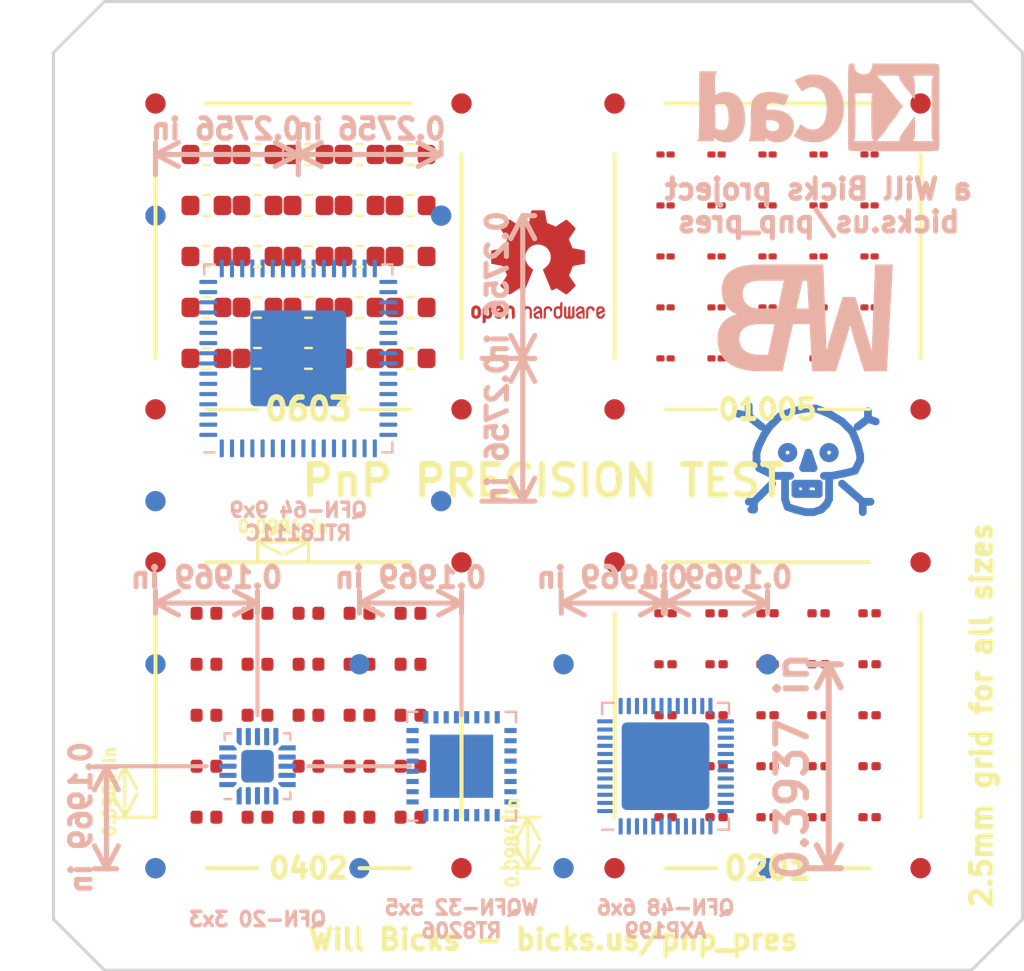
<source format=kicad_pcb>
(kicad_pcb (version 20171130) (host pcbnew "(5.0.0)")
  (layers (0 F.Cu signal) (31 B.Cu signal) (34 B.Paste user) (35 F.Paste user) (36 B.SilkS user) (37 F.SilkS user) (38 B.Mask user) (39 F.Mask user) (44 Edge.Cuts user))
  (net 0 "")
  (module Fiducials:Fiducial_1mm_Dia_2.54mm_Outer_CopperTop (layer B.Cu) (at 165 70.75)
    (fp_text reference REF** hide)
    (fp_text value Fiducial_1mm_Dia_2.54mm_Outer_CopperTop hide)
    (pad ~ smd circle (at 0 0) (size 1 1) (layers B.Cu B.Mask) (clearance 0.77))
  )
  (module Fiducials:Fiducial_1mm_Dia_2.54mm_Outer_CopperTop (layer B.Cu) (at 165 56.75)
    (fp_text reference REF** hide)
    (fp_text value Fiducial_1mm_Dia_2.54mm_Outer_CopperTop hide)
    (pad ~ smd circle (at 0 0) (size 1 1) (layers B.Cu B.Mask) (clearance 0.77))
  )
  (module Fiducials:Fiducial_1mm_Dia_2.54mm_Outer_CopperTop (layer B.Cu) (at 151 56.75)
    (fp_text reference REF** hide)
    (fp_text value Fiducial_1mm_Dia_2.54mm_Outer_CopperTop hide)
    (pad ~ smd circle (at 0 0) (size 1 1) (layers B.Cu B.Mask) (clearance 0.77))
  )
  (module Fiducials:Fiducial_1mm_Dia_2.54mm_Outer_CopperTop (layer B.Cu) (at 151 70.75)
    (fp_text reference REF** hide)
    (fp_text value Fiducial_1mm_Dia_2.54mm_Outer_CopperTop hide)
    (pad ~ smd circle (at 0 0) (size 1 1) (layers B.Cu B.Mask) (clearance 0.77))
  )
  (module Fiducials:Fiducial_1mm_Dia_2.54mm_Outer_CopperTop (layer B.Cu) (at 181 88.75)
    (fp_text reference REF** hide)
    (fp_text value Fiducial_1mm_Dia_2.54mm_Outer_CopperTop hide)
    (pad ~ smd circle (at 0 0) (size 1 1) (layers B.Cu B.Mask) (clearance 0.77))
  )
  (module Fiducials:Fiducial_1mm_Dia_2.54mm_Outer_CopperTop (layer B.Cu) (at 181 78.75)
    (fp_text reference REF** hide)
    (fp_text value Fiducial_1mm_Dia_2.54mm_Outer_CopperTop hide)
    (pad ~ smd circle (at 0 0) (size 1 1) (layers B.Cu B.Mask) (clearance 0.77))
  )
  (module Fiducials:Fiducial_1mm_Dia_2.54mm_Outer_CopperTop (layer B.Cu) (at 171 88.75)
    (fp_text reference REF** hide)
    (fp_text value Fiducial_1mm_Dia_2.54mm_Outer_CopperTop hide)
    (pad ~ smd circle (at 0 0) (size 1 1) (layers B.Cu B.Mask) (clearance 0.77))
  )
  (module Fiducials:Fiducial_1mm_Dia_2.54mm_Outer_CopperTop (layer B.Cu) (at 171 78.75)
    (fp_text reference REF** hide)
    (fp_text value Fiducial_1mm_Dia_2.54mm_Outer_CopperTop hide)
    (pad ~ smd circle (at 0 0) (size 1 1) (layers B.Cu B.Mask) (clearance 0.77))
  )
  (module Package_DFN_QFN:WQFN-32-1EP_5x5mm_P0.5mm_EP3.1x3.1mm (layer B.Cu) (at 166 83.75)
    (fp_text reference REF** hide)
    (fp_text value WQFN-32-1EP_5x5mm_P0.5mm_EP3.1x3.1mm hide)
    (pad 32 smd rect (at -1.75 2.4) (size 0.25 0.6) (layers B.Cu B.Paste B.Mask))
    (pad 31 smd rect (at -1.25 2.4) (size 0.25 0.6) (layers B.Cu B.Paste B.Mask))
    (pad 30 smd rect (at -0.75 2.4) (size 0.25 0.6) (layers B.Cu B.Paste B.Mask))
    (pad 29 smd rect (at -0.25 2.4) (size 0.25 0.6) (layers B.Cu B.Paste B.Mask))
    (pad 28 smd rect (at 0.25 2.4) (size 0.25 0.6) (layers B.Cu B.Paste B.Mask))
    (pad 27 smd rect (at 0.75 2.4) (size 0.25 0.6) (layers B.Cu B.Paste B.Mask))
    (pad 26 smd rect (at 1.25 2.4) (size 0.25 0.6) (layers B.Cu B.Paste B.Mask))
    (pad 25 smd rect (at 1.75 2.4) (size 0.25 0.6) (layers B.Cu B.Paste B.Mask))
    (pad 24 smd rect (at 2.4 1.75 270) (size 0.25 0.6) (layers B.Cu B.Paste B.Mask))
    (pad 23 smd rect (at 2.4 1.25 270) (size 0.25 0.6) (layers B.Cu B.Paste B.Mask))
    (pad 22 smd rect (at 2.4 0.75 270) (size 0.25 0.6) (layers B.Cu B.Paste B.Mask))
    (pad 21 smd rect (at 2.4 0.25 270) (size 0.25 0.6) (layers B.Cu B.Paste B.Mask))
    (pad 20 smd rect (at 2.4 -0.25 270) (size 0.25 0.6) (layers B.Cu B.Paste B.Mask))
    (pad 19 smd rect (at 2.4 -0.75 270) (size 0.25 0.6) (layers B.Cu B.Paste B.Mask))
    (pad 18 smd rect (at 2.4 -1.25 270) (size 0.25 0.6) (layers B.Cu B.Paste B.Mask))
    (pad 17 smd rect (at 2.4 -1.75 270) (size 0.25 0.6) (layers B.Cu B.Paste B.Mask))
    (pad 16 smd rect (at 1.75 -2.4) (size 0.25 0.6) (layers B.Cu B.Paste B.Mask))
    (pad 15 smd rect (at 1.25 -2.4) (size 0.25 0.6) (layers B.Cu B.Paste B.Mask))
    (pad 14 smd rect (at 0.75 -2.4) (size 0.25 0.6) (layers B.Cu B.Paste B.Mask))
    (pad 13 smd rect (at 0.25 -2.4) (size 0.25 0.6) (layers B.Cu B.Paste B.Mask))
    (pad 12 smd rect (at -0.25 -2.4) (size 0.25 0.6) (layers B.Cu B.Paste B.Mask))
    (pad 11 smd rect (at -0.75 -2.4) (size 0.25 0.6) (layers B.Cu B.Paste B.Mask))
    (pad 10 smd rect (at -1.25 -2.4) (size 0.25 0.6) (layers B.Cu B.Paste B.Mask))
    (pad 9 smd rect (at -1.75 -2.4) (size 0.25 0.6) (layers B.Cu B.Paste B.Mask))
    (pad 8 smd rect (at -2.4 -1.75 270) (size 0.25 0.6) (layers B.Cu B.Paste B.Mask))
    (pad 7 smd rect (at -2.4 -1.25 270) (size 0.25 0.6) (layers B.Cu B.Paste B.Mask))
    (pad 6 smd rect (at -2.4 -0.75 270) (size 0.25 0.6) (layers B.Cu B.Paste B.Mask))
    (pad 5 smd rect (at -2.4 -0.25 270) (size 0.25 0.6) (layers B.Cu B.Paste B.Mask))
    (pad 4 smd rect (at -2.4 0.25 270) (size 0.25 0.6) (layers B.Cu B.Paste B.Mask))
    (pad 3 smd rect (at -2.4 0.75 270) (size 0.25 0.6) (layers B.Cu B.Paste B.Mask))
    (pad 2 smd rect (at -2.4 1.25 270) (size 0.25 0.6) (layers B.Cu B.Paste B.Mask))
    (pad 1 smd rect (at -2.4 1.75 270) (size 0.25 0.6) (layers B.Cu B.Paste B.Mask))
    (pad 33 smd rect (at 0 0) (size 3.1 3.1) (layers B.Cu B.Mask))
  )
  (module Fiducials:Fiducial_1mm_Dia_2.54mm_Outer_CopperTop (layer B.Cu) (at 151 78.75)
    (fp_text reference REF** hide)
    (fp_text value Fiducial_1mm_Dia_2.54mm_Outer_CopperTop hide)
    (pad ~ smd circle (at 0 0) (size 1 1) (layers B.Cu B.Mask) (clearance 0.77))
  )
  (module Fiducials:Fiducial_1mm_Dia_2.54mm_Outer_CopperTop (layer B.Cu) (at 161 78.75)
    (fp_text reference REF** hide)
    (fp_text value Fiducial_1mm_Dia_2.54mm_Outer_CopperTop hide)
    (pad ~ smd circle (at 0 0) (size 1 1) (layers B.Cu B.Mask) (clearance 0.77))
  )
  (module Fiducials:Fiducial_1mm_Dia_2.54mm_Outer_CopperTop (layer B.Cu) (at 161 88.75)
    (fp_text reference REF** hide)
    (fp_text value Fiducial_1mm_Dia_2.54mm_Outer_CopperTop hide)
    (pad ~ smd circle (at 0 0) (size 1 1) (layers B.Cu B.Mask) (clearance 0.77))
  )
  (module Fiducials:Fiducial_1mm_Dia_2.54mm_Outer_CopperTop (layer B.Cu) (at 151 88.75)
    (fp_text reference REF** hide)
    (fp_text value Fiducial_1mm_Dia_2.54mm_Outer_CopperTop hide)
    (pad ~ smd circle (at 0 0) (size 1 1) (layers B.Cu B.Mask) (clearance 0.77))
  )
  (module Resistor_SMD:R_01005_0402Metric (layer F.Cu) (at 186 63.75)
    (fp_text reference REF** hide)
    (fp_text value R_01005_0402Metric hide)
    (pad 1 smd roundrect (at -0.25 0) (size 0.4 0.3) (layers F.Cu F.Mask))
    (pad 2 smd roundrect (at 0.25 0) (size 0.4 0.3) (layers F.Cu F.Mask))
  )
  (module Resistor_SMD:R_01005_0402Metric (layer F.Cu) (at 183.5 63.75)
    (fp_text reference REF** hide)
    (fp_text value R_01005_0402Metric hide)
    (pad 1 smd roundrect (at -0.25 0) (size 0.4 0.3) (layers F.Cu F.Mask))
    (pad 2 smd roundrect (at 0.25 0) (size 0.4 0.3) (layers F.Cu F.Mask))
  )
  (module Resistor_SMD:R_01005_0402Metric (layer F.Cu) (at 181 63.75)
    (fp_text reference REF** hide)
    (fp_text value R_01005_0402Metric hide)
    (pad 1 smd roundrect (at -0.25 0) (size 0.4 0.3) (layers F.Cu F.Mask))
    (pad 2 smd roundrect (at 0.25 0) (size 0.4 0.3) (layers F.Cu F.Mask))
  )
  (module Resistor_SMD:R_01005_0402Metric (layer F.Cu) (at 178.5 63.75)
    (fp_text reference REF** hide)
    (fp_text value R_01005_0402Metric hide)
    (pad 1 smd roundrect (at -0.25 0) (size 0.4 0.3) (layers F.Cu F.Mask))
    (pad 2 smd roundrect (at 0.25 0) (size 0.4 0.3) (layers F.Cu F.Mask))
  )
  (module Resistor_SMD:R_01005_0402Metric (layer F.Cu) (at 176 63.75)
    (fp_text reference REF** hide)
    (fp_text value R_01005_0402Metric hide)
    (pad 1 smd roundrect (at -0.25 0) (size 0.4 0.3) (layers F.Cu F.Mask))
    (pad 2 smd roundrect (at 0.25 0) (size 0.4 0.3) (layers F.Cu F.Mask))
  )
  (module Resistor_SMD:R_01005_0402Metric (layer F.Cu) (at 186 61.25)
    (fp_text reference REF** hide)
    (fp_text value R_01005_0402Metric hide)
    (pad 1 smd roundrect (at -0.25 0) (size 0.4 0.3) (layers F.Cu F.Mask))
    (pad 2 smd roundrect (at 0.25 0) (size 0.4 0.3) (layers F.Cu F.Mask))
  )
  (module Resistor_SMD:R_01005_0402Metric (layer F.Cu) (at 183.5 61.25)
    (fp_text reference REF** hide)
    (fp_text value R_01005_0402Metric hide)
    (pad 1 smd roundrect (at -0.25 0) (size 0.4 0.3) (layers F.Cu F.Mask))
    (pad 2 smd roundrect (at 0.25 0) (size 0.4 0.3) (layers F.Cu F.Mask))
  )
  (module Resistor_SMD:R_01005_0402Metric (layer F.Cu) (at 181 61.25)
    (fp_text reference REF** hide)
    (fp_text value R_01005_0402Metric hide)
    (pad 1 smd roundrect (at -0.25 0) (size 0.4 0.3) (layers F.Cu F.Mask))
    (pad 2 smd roundrect (at 0.25 0) (size 0.4 0.3) (layers F.Cu F.Mask))
  )
  (module Resistor_SMD:R_01005_0402Metric (layer F.Cu) (at 178.5 61.25)
    (fp_text reference REF** hide)
    (fp_text value R_01005_0402Metric hide)
    (pad 1 smd roundrect (at -0.25 0) (size 0.4 0.3) (layers F.Cu F.Mask))
    (pad 2 smd roundrect (at 0.25 0) (size 0.4 0.3) (layers F.Cu F.Mask))
  )
  (module Resistor_SMD:R_01005_0402Metric (layer F.Cu) (at 176 61.25)
    (fp_text reference REF** hide)
    (fp_text value R_01005_0402Metric hide)
    (pad 1 smd roundrect (at -0.25 0) (size 0.4 0.3) (layers F.Cu F.Mask))
    (pad 2 smd roundrect (at 0.25 0) (size 0.4 0.3) (layers F.Cu F.Mask))
  )
  (module Resistor_SMD:R_01005_0402Metric (layer F.Cu) (at 186 58.75)
    (fp_text reference REF** hide)
    (fp_text value R_01005_0402Metric hide)
    (pad 1 smd roundrect (at -0.25 0) (size 0.4 0.3) (layers F.Cu F.Mask))
    (pad 2 smd roundrect (at 0.25 0) (size 0.4 0.3) (layers F.Cu F.Mask))
  )
  (module Resistor_SMD:R_01005_0402Metric (layer F.Cu) (at 183.5 58.75)
    (fp_text reference REF** hide)
    (fp_text value R_01005_0402Metric hide)
    (pad 1 smd roundrect (at -0.25 0) (size 0.4 0.3) (layers F.Cu F.Mask))
    (pad 2 smd roundrect (at 0.25 0) (size 0.4 0.3) (layers F.Cu F.Mask))
  )
  (module Resistor_SMD:R_01005_0402Metric (layer F.Cu) (at 181 58.75)
    (fp_text reference REF** hide)
    (fp_text value R_01005_0402Metric hide)
    (pad 1 smd roundrect (at -0.25 0) (size 0.4 0.3) (layers F.Cu F.Mask))
    (pad 2 smd roundrect (at 0.25 0) (size 0.4 0.3) (layers F.Cu F.Mask))
  )
  (module Resistor_SMD:R_01005_0402Metric (layer F.Cu) (at 178.5 58.75)
    (fp_text reference REF** hide)
    (fp_text value R_01005_0402Metric hide)
    (pad 1 smd roundrect (at -0.25 0) (size 0.4 0.3) (layers F.Cu F.Mask))
    (pad 2 smd roundrect (at 0.25 0) (size 0.4 0.3) (layers F.Cu F.Mask))
  )
  (module Resistor_SMD:R_01005_0402Metric (layer F.Cu) (at 176 58.75)
    (fp_text reference REF** hide)
    (fp_text value R_01005_0402Metric hide)
    (pad 1 smd roundrect (at -0.25 0) (size 0.4 0.3) (layers F.Cu F.Mask))
    (pad 2 smd roundrect (at 0.25 0) (size 0.4 0.3) (layers F.Cu F.Mask))
  )
  (module Resistor_SMD:R_01005_0402Metric (layer F.Cu) (at 186 56.25)
    (fp_text reference REF** hide)
    (fp_text value R_01005_0402Metric hide)
    (pad 1 smd roundrect (at -0.25 0) (size 0.4 0.3) (layers F.Cu F.Mask))
    (pad 2 smd roundrect (at 0.25 0) (size 0.4 0.3) (layers F.Cu F.Mask))
  )
  (module Resistor_SMD:R_01005_0402Metric (layer F.Cu) (at 183.5 56.25)
    (fp_text reference REF** hide)
    (fp_text value R_01005_0402Metric hide)
    (pad 1 smd roundrect (at -0.25 0) (size 0.4 0.3) (layers F.Cu F.Mask))
    (pad 2 smd roundrect (at 0.25 0) (size 0.4 0.3) (layers F.Cu F.Mask))
  )
  (module Resistor_SMD:R_01005_0402Metric (layer F.Cu) (at 181 56.25)
    (fp_text reference REF** hide)
    (fp_text value R_01005_0402Metric hide)
    (pad 1 smd roundrect (at -0.25 0) (size 0.4 0.3) (layers F.Cu F.Mask))
    (pad 2 smd roundrect (at 0.25 0) (size 0.4 0.3) (layers F.Cu F.Mask))
  )
  (module Resistor_SMD:R_01005_0402Metric (layer F.Cu) (at 178.5 56.25)
    (fp_text reference REF** hide)
    (fp_text value R_01005_0402Metric hide)
    (pad 1 smd roundrect (at -0.25 0) (size 0.4 0.3) (layers F.Cu F.Mask))
    (pad 2 smd roundrect (at 0.25 0) (size 0.4 0.3) (layers F.Cu F.Mask))
  )
  (module Resistor_SMD:R_01005_0402Metric (layer F.Cu) (at 176 56.25)
    (fp_text reference REF** hide)
    (fp_text value R_01005_0402Metric hide)
    (pad 1 smd roundrect (at -0.25 0) (size 0.4 0.3) (layers F.Cu F.Mask))
    (pad 2 smd roundrect (at 0.25 0) (size 0.4 0.3) (layers F.Cu F.Mask))
  )
  (module Resistor_SMD:R_01005_0402Metric (layer F.Cu) (at 186 53.75)
    (fp_text reference REF** hide)
    (fp_text value R_01005_0402Metric hide)
    (pad 1 smd roundrect (at -0.25 0) (size 0.4 0.3) (layers F.Cu F.Mask))
    (pad 2 smd roundrect (at 0.25 0) (size 0.4 0.3) (layers F.Cu F.Mask))
  )
  (module Resistor_SMD:R_01005_0402Metric (layer F.Cu) (at 183.5 53.75)
    (fp_text reference REF** hide)
    (fp_text value R_01005_0402Metric hide)
    (pad 1 smd roundrect (at -0.25 0) (size 0.4 0.3) (layers F.Cu F.Mask))
    (pad 2 smd roundrect (at 0.25 0) (size 0.4 0.3) (layers F.Cu F.Mask))
  )
  (module Resistor_SMD:R_01005_0402Metric (layer F.Cu) (at 181 53.75)
    (fp_text reference REF** hide)
    (fp_text value R_01005_0402Metric hide)
    (pad 1 smd roundrect (at -0.25 0) (size 0.4 0.3) (layers F.Cu F.Mask))
    (pad 2 smd roundrect (at 0.25 0) (size 0.4 0.3) (layers F.Cu F.Mask))
  )
  (module Resistor_SMD:R_01005_0402Metric (layer F.Cu) (at 178.5 53.75)
    (fp_text reference REF** hide)
    (fp_text value R_01005_0402Metric hide)
    (pad 1 smd roundrect (at -0.25 0) (size 0.4 0.3) (layers F.Cu F.Mask))
    (pad 2 smd roundrect (at 0.25 0) (size 0.4 0.3) (layers F.Cu F.Mask))
  )
  (module Fiducials:Fiducial_1mm_Dia_2.54mm_Outer_CopperTop (layer F.Cu) (at 188.5 66.25)
    (fp_text reference REF** hide)
    (fp_text value Fiducial_1mm_Dia_2.54mm_Outer_CopperTop hide)
    (pad ~ smd circle (at 0 0) (size 1 1) (layers F.Cu F.Mask) (clearance 0.77))
  )
  (module Fiducials:Fiducial_1mm_Dia_2.54mm_Outer_CopperTop (layer F.Cu) (at 188.5 51.25)
    (fp_text reference REF** hide)
    (fp_text value Fiducial_1mm_Dia_2.54mm_Outer_CopperTop hide)
    (pad ~ smd circle (at 0 0) (size 1 1) (layers F.Cu F.Mask) (clearance 0.77))
  )
  (module Fiducials:Fiducial_1mm_Dia_2.54mm_Outer_CopperTop (layer F.Cu) (at 173.5 51.25)
    (fp_text reference REF** hide)
    (fp_text value Fiducial_1mm_Dia_2.54mm_Outer_CopperTop hide)
    (pad ~ smd circle (at 0 0) (size 1 1) (layers F.Cu F.Mask) (clearance 0.77))
  )
  (module Fiducials:Fiducial_1mm_Dia_2.54mm_Outer_CopperTop (layer F.Cu) (at 173.5 66.25)
    (fp_text reference REF** hide)
    (fp_text value Fiducial_1mm_Dia_2.54mm_Outer_CopperTop hide)
    (pad ~ smd circle (at 0 0) (size 1 1) (layers F.Cu F.Mask) (clearance 0.77))
  )
  (module Resistor_SMD:R_0603_1608Metric (layer F.Cu) (at 163.5 63.75)
    (fp_text reference REF** hide)
    (fp_text value R_0603_1608Metric hide)
    (pad 1 smd roundrect (at -0.7875 0) (size 0.875 0.95) (layers F.Cu F.Paste F.Mask))
    (pad 2 smd roundrect (at 0.7875 0) (size 0.875 0.95) (layers F.Cu F.Paste F.Mask))
  )
  (module Resistor_SMD:R_0603_1608Metric (layer F.Cu) (at 161 63.75)
    (fp_text reference REF** hide)
    (fp_text value R_0603_1608Metric hide)
    (pad 1 smd roundrect (at -0.7875 0) (size 0.875 0.95) (layers F.Cu F.Paste F.Mask))
    (pad 2 smd roundrect (at 0.7875 0) (size 0.875 0.95) (layers F.Cu F.Paste F.Mask))
  )
  (module Resistor_SMD:R_0603_1608Metric (layer F.Cu) (at 158.5 63.75)
    (fp_text reference REF** hide)
    (fp_text value R_0603_1608Metric hide)
    (pad 1 smd roundrect (at -0.7875 0) (size 0.875 0.95) (layers F.Cu F.Paste F.Mask))
    (pad 2 smd roundrect (at 0.7875 0) (size 0.875 0.95) (layers F.Cu F.Paste F.Mask))
  )
  (module Resistor_SMD:R_0603_1608Metric (layer F.Cu) (at 156 63.75)
    (fp_text reference REF** hide)
    (fp_text value R_0603_1608Metric hide)
    (pad 1 smd roundrect (at -0.7875 0) (size 0.875 0.95) (layers F.Cu F.Paste F.Mask))
    (pad 2 smd roundrect (at 0.7875 0) (size 0.875 0.95) (layers F.Cu F.Paste F.Mask))
  )
  (module Resistor_SMD:R_0603_1608Metric (layer F.Cu) (at 153.5 63.75)
    (fp_text reference REF** hide)
    (fp_text value R_0603_1608Metric hide)
    (pad 1 smd roundrect (at -0.7875 0) (size 0.875 0.95) (layers F.Cu F.Paste F.Mask))
    (pad 2 smd roundrect (at 0.7875 0) (size 0.875 0.95) (layers F.Cu F.Paste F.Mask))
  )
  (module Resistor_SMD:R_0603_1608Metric (layer F.Cu) (at 163.5 61.25)
    (fp_text reference REF** hide)
    (fp_text value R_0603_1608Metric hide)
    (pad 1 smd roundrect (at -0.7875 0) (size 0.875 0.95) (layers F.Cu F.Paste F.Mask))
    (pad 2 smd roundrect (at 0.7875 0) (size 0.875 0.95) (layers F.Cu F.Paste F.Mask))
  )
  (module Resistor_SMD:R_0603_1608Metric (layer F.Cu) (at 161 61.25)
    (fp_text reference REF** hide)
    (fp_text value R_0603_1608Metric hide)
    (pad 1 smd roundrect (at -0.7875 0) (size 0.875 0.95) (layers F.Cu F.Paste F.Mask))
    (pad 2 smd roundrect (at 0.7875 0) (size 0.875 0.95) (layers F.Cu F.Paste F.Mask))
  )
  (module Resistor_SMD:R_0603_1608Metric (layer F.Cu) (at 158.5 61.25)
    (fp_text reference REF** hide)
    (fp_text value R_0603_1608Metric hide)
    (pad 1 smd roundrect (at -0.7875 0) (size 0.875 0.95) (layers F.Cu F.Paste F.Mask))
    (pad 2 smd roundrect (at 0.7875 0) (size 0.875 0.95) (layers F.Cu F.Paste F.Mask))
  )
  (module Resistor_SMD:R_0603_1608Metric (layer F.Cu) (at 156 61.25)
    (fp_text reference REF** hide)
    (fp_text value R_0603_1608Metric hide)
    (pad 1 smd roundrect (at -0.7875 0) (size 0.875 0.95) (layers F.Cu F.Paste F.Mask))
    (pad 2 smd roundrect (at 0.7875 0) (size 0.875 0.95) (layers F.Cu F.Paste F.Mask))
  )
  (module Resistor_SMD:R_0603_1608Metric (layer F.Cu) (at 153.5 61.25)
    (fp_text reference REF** hide)
    (fp_text value R_0603_1608Metric hide)
    (pad 1 smd roundrect (at -0.7875 0) (size 0.875 0.95) (layers F.Cu F.Paste F.Mask))
    (pad 2 smd roundrect (at 0.7875 0) (size 0.875 0.95) (layers F.Cu F.Paste F.Mask))
  )
  (module Resistor_SMD:R_0603_1608Metric (layer F.Cu) (at 163.5 58.75)
    (fp_text reference REF** hide)
    (fp_text value R_0603_1608Metric hide)
    (pad 1 smd roundrect (at -0.7875 0) (size 0.875 0.95) (layers F.Cu F.Paste F.Mask))
    (pad 2 smd roundrect (at 0.7875 0) (size 0.875 0.95) (layers F.Cu F.Paste F.Mask))
  )
  (module Resistor_SMD:R_0603_1608Metric (layer F.Cu) (at 161 58.75)
    (fp_text reference REF** hide)
    (fp_text value R_0603_1608Metric hide)
    (pad 1 smd roundrect (at -0.7875 0) (size 0.875 0.95) (layers F.Cu F.Paste F.Mask))
    (pad 2 smd roundrect (at 0.7875 0) (size 0.875 0.95) (layers F.Cu F.Paste F.Mask))
  )
  (module Resistor_SMD:R_0603_1608Metric (layer F.Cu) (at 158.5 58.75)
    (fp_text reference REF** hide)
    (fp_text value R_0603_1608Metric hide)
    (pad 1 smd roundrect (at -0.7875 0) (size 0.875 0.95) (layers F.Cu F.Paste F.Mask))
    (pad 2 smd roundrect (at 0.7875 0) (size 0.875 0.95) (layers F.Cu F.Paste F.Mask))
  )
  (module Resistor_SMD:R_0603_1608Metric (layer F.Cu) (at 156 58.75)
    (fp_text reference REF** hide)
    (fp_text value R_0603_1608Metric hide)
    (pad 1 smd roundrect (at -0.7875 0) (size 0.875 0.95) (layers F.Cu F.Paste F.Mask))
    (pad 2 smd roundrect (at 0.7875 0) (size 0.875 0.95) (layers F.Cu F.Paste F.Mask))
  )
  (module Resistor_SMD:R_0603_1608Metric (layer F.Cu) (at 153.5 58.75)
    (fp_text reference REF** hide)
    (fp_text value R_0603_1608Metric hide)
    (pad 1 smd roundrect (at -0.7875 0) (size 0.875 0.95) (layers F.Cu F.Paste F.Mask))
    (pad 2 smd roundrect (at 0.7875 0) (size 0.875 0.95) (layers F.Cu F.Paste F.Mask))
  )
  (module Resistor_SMD:R_0603_1608Metric (layer F.Cu) (at 163.5 56.25)
    (fp_text reference REF** hide)
    (fp_text value R_0603_1608Metric hide)
    (pad 1 smd roundrect (at -0.7875 0) (size 0.875 0.95) (layers F.Cu F.Paste F.Mask))
    (pad 2 smd roundrect (at 0.7875 0) (size 0.875 0.95) (layers F.Cu F.Paste F.Mask))
  )
  (module Resistor_SMD:R_0603_1608Metric (layer F.Cu) (at 161 56.25)
    (fp_text reference REF** hide)
    (fp_text value R_0603_1608Metric hide)
    (pad 1 smd roundrect (at -0.7875 0) (size 0.875 0.95) (layers F.Cu F.Paste F.Mask))
    (pad 2 smd roundrect (at 0.7875 0) (size 0.875 0.95) (layers F.Cu F.Paste F.Mask))
  )
  (module Resistor_SMD:R_0603_1608Metric (layer F.Cu) (at 158.5 56.25)
    (fp_text reference REF** hide)
    (fp_text value R_0603_1608Metric hide)
    (pad 1 smd roundrect (at -0.7875 0) (size 0.875 0.95) (layers F.Cu F.Paste F.Mask))
    (pad 2 smd roundrect (at 0.7875 0) (size 0.875 0.95) (layers F.Cu F.Paste F.Mask))
  )
  (module Resistor_SMD:R_0603_1608Metric (layer F.Cu) (at 156 56.25)
    (fp_text reference REF** hide)
    (fp_text value R_0603_1608Metric hide)
    (pad 1 smd roundrect (at -0.7875 0) (size 0.875 0.95) (layers F.Cu F.Paste F.Mask))
    (pad 2 smd roundrect (at 0.7875 0) (size 0.875 0.95) (layers F.Cu F.Paste F.Mask))
  )
  (module Resistor_SMD:R_0603_1608Metric (layer F.Cu) (at 153.5 56.25)
    (fp_text reference REF** hide)
    (fp_text value R_0603_1608Metric hide)
    (pad 1 smd roundrect (at -0.7875 0) (size 0.875 0.95) (layers F.Cu F.Paste F.Mask))
    (pad 2 smd roundrect (at 0.7875 0) (size 0.875 0.95) (layers F.Cu F.Paste F.Mask))
  )
  (module Resistor_SMD:R_0603_1608Metric (layer F.Cu) (at 163.5 53.75)
    (fp_text reference REF** hide)
    (fp_text value R_0603_1608Metric hide)
    (pad 1 smd roundrect (at -0.7875 0) (size 0.875 0.95) (layers F.Cu F.Paste F.Mask))
    (pad 2 smd roundrect (at 0.7875 0) (size 0.875 0.95) (layers F.Cu F.Paste F.Mask))
  )
  (module Resistor_SMD:R_0603_1608Metric (layer F.Cu) (at 161 53.75)
    (fp_text reference REF** hide)
    (fp_text value R_0603_1608Metric hide)
    (pad 1 smd roundrect (at -0.7875 0) (size 0.875 0.95) (layers F.Cu F.Paste F.Mask))
    (pad 2 smd roundrect (at 0.7875 0) (size 0.875 0.95) (layers F.Cu F.Paste F.Mask))
  )
  (module Resistor_SMD:R_0603_1608Metric (layer F.Cu) (at 158.5 53.75)
    (fp_text reference REF** hide)
    (fp_text value R_0603_1608Metric hide)
    (pad 1 smd roundrect (at -0.7875 0) (size 0.875 0.95) (layers F.Cu F.Paste F.Mask))
    (pad 2 smd roundrect (at 0.7875 0) (size 0.875 0.95) (layers F.Cu F.Paste F.Mask))
  )
  (module Resistor_SMD:R_0603_1608Metric (layer F.Cu) (at 156 53.75)
    (fp_text reference REF** hide)
    (fp_text value R_0603_1608Metric hide)
    (pad 1 smd roundrect (at -0.7875 0) (size 0.875 0.95) (layers F.Cu F.Paste F.Mask))
    (pad 2 smd roundrect (at 0.7875 0) (size 0.875 0.95) (layers F.Cu F.Paste F.Mask))
  )
  (module Fiducials:Fiducial_1mm_Dia_2.54mm_Outer_CopperTop (layer F.Cu) (at 166 66.25)
    (fp_text reference REF** hide)
    (fp_text value Fiducial_1mm_Dia_2.54mm_Outer_CopperTop hide)
    (pad ~ smd circle (at 0 0) (size 1 1) (layers F.Cu F.Mask) (clearance 0.77))
  )
  (module Fiducials:Fiducial_1mm_Dia_2.54mm_Outer_CopperTop (layer F.Cu) (at 166 51.25)
    (fp_text reference REF** hide)
    (fp_text value Fiducial_1mm_Dia_2.54mm_Outer_CopperTop hide)
    (pad ~ smd circle (at 0 0) (size 1 1) (layers F.Cu F.Mask) (clearance 0.77))
  )
  (module Fiducials:Fiducial_1mm_Dia_2.54mm_Outer_CopperTop (layer F.Cu) (at 151 51.25)
    (fp_text reference REF** hide)
    (fp_text value Fiducial_1mm_Dia_2.54mm_Outer_CopperTop hide)
    (pad ~ smd circle (at 0 0) (size 1 1) (layers F.Cu F.Mask) (clearance 0.77))
  )
  (module Fiducials:Fiducial_1mm_Dia_2.54mm_Outer_CopperTop (layer F.Cu) (at 151 66.25)
    (fp_text reference REF** hide)
    (fp_text value Fiducial_1mm_Dia_2.54mm_Outer_CopperTop hide)
    (pad ~ smd circle (at 0 0) (size 1 1) (layers F.Cu F.Mask) (clearance 0.77))
  )
  (module Resistor_SMD:R_0201_0603Metric (layer F.Cu) (at 186 86.25)
    (fp_text reference REF** hide)
    (fp_text value R_0201_0603Metric hide)
    (pad 1 smd roundrect (at -0.32 0) (size 0.46 0.4) (layers F.Cu F.Mask))
    (pad 2 smd roundrect (at 0.32 0) (size 0.46 0.4) (layers F.Cu F.Mask))
  )
  (module Resistor_SMD:R_0201_0603Metric (layer F.Cu) (at 183.5 86.25)
    (fp_text reference REF** hide)
    (fp_text value R_0201_0603Metric hide)
    (pad 1 smd roundrect (at -0.32 0) (size 0.46 0.4) (layers F.Cu F.Mask))
    (pad 2 smd roundrect (at 0.32 0) (size 0.46 0.4) (layers F.Cu F.Mask))
  )
  (module Resistor_SMD:R_0201_0603Metric (layer F.Cu) (at 181 86.25)
    (fp_text reference REF** hide)
    (fp_text value R_0201_0603Metric hide)
    (pad 1 smd roundrect (at -0.32 0) (size 0.46 0.4) (layers F.Cu F.Mask))
    (pad 2 smd roundrect (at 0.32 0) (size 0.46 0.4) (layers F.Cu F.Mask))
  )
  (module Resistor_SMD:R_0201_0603Metric (layer F.Cu) (at 178.5 86.25)
    (fp_text reference REF** hide)
    (fp_text value R_0201_0603Metric hide)
    (pad 1 smd roundrect (at -0.32 0) (size 0.46 0.4) (layers F.Cu F.Mask))
    (pad 2 smd roundrect (at 0.32 0) (size 0.46 0.4) (layers F.Cu F.Mask))
  )
  (module Resistor_SMD:R_0201_0603Metric (layer F.Cu) (at 176 86.25)
    (fp_text reference REF** hide)
    (fp_text value R_0201_0603Metric hide)
    (pad 1 smd roundrect (at -0.32 0) (size 0.46 0.4) (layers F.Cu F.Mask))
    (pad 2 smd roundrect (at 0.32 0) (size 0.46 0.4) (layers F.Cu F.Mask))
  )
  (module Resistor_SMD:R_0201_0603Metric (layer F.Cu) (at 186 83.75)
    (fp_text reference REF** hide)
    (fp_text value R_0201_0603Metric hide)
    (pad 1 smd roundrect (at -0.32 0) (size 0.46 0.4) (layers F.Cu F.Mask))
    (pad 2 smd roundrect (at 0.32 0) (size 0.46 0.4) (layers F.Cu F.Mask))
  )
  (module Resistor_SMD:R_0201_0603Metric (layer F.Cu) (at 183.5 83.75)
    (fp_text reference REF** hide)
    (fp_text value R_0201_0603Metric hide)
    (pad 1 smd roundrect (at -0.32 0) (size 0.46 0.4) (layers F.Cu F.Mask))
    (pad 2 smd roundrect (at 0.32 0) (size 0.46 0.4) (layers F.Cu F.Mask))
  )
  (module Resistor_SMD:R_0201_0603Metric (layer F.Cu) (at 181 83.75)
    (fp_text reference REF** hide)
    (fp_text value R_0201_0603Metric hide)
    (pad 1 smd roundrect (at -0.32 0) (size 0.46 0.4) (layers F.Cu F.Mask))
    (pad 2 smd roundrect (at 0.32 0) (size 0.46 0.4) (layers F.Cu F.Mask))
  )
  (module Resistor_SMD:R_0201_0603Metric (layer F.Cu) (at 178.5 83.75)
    (fp_text reference REF** hide)
    (fp_text value R_0201_0603Metric hide)
    (pad 1 smd roundrect (at -0.32 0) (size 0.46 0.4) (layers F.Cu F.Mask))
    (pad 2 smd roundrect (at 0.32 0) (size 0.46 0.4) (layers F.Cu F.Mask))
  )
  (module Resistor_SMD:R_0201_0603Metric (layer F.Cu) (at 176 83.75)
    (fp_text reference REF** hide)
    (fp_text value R_0201_0603Metric hide)
    (pad 1 smd roundrect (at -0.32 0) (size 0.46 0.4) (layers F.Cu F.Mask))
    (pad 2 smd roundrect (at 0.32 0) (size 0.46 0.4) (layers F.Cu F.Mask))
  )
  (module Resistor_SMD:R_0201_0603Metric (layer F.Cu) (at 186 81.25)
    (fp_text reference REF** hide)
    (fp_text value R_0201_0603Metric hide)
    (pad 1 smd roundrect (at -0.32 0) (size 0.46 0.4) (layers F.Cu F.Mask))
    (pad 2 smd roundrect (at 0.32 0) (size 0.46 0.4) (layers F.Cu F.Mask))
  )
  (module Resistor_SMD:R_0201_0603Metric (layer F.Cu) (at 183.5 81.25)
    (fp_text reference REF** hide)
    (fp_text value R_0201_0603Metric hide)
    (pad 1 smd roundrect (at -0.32 0) (size 0.46 0.4) (layers F.Cu F.Mask))
    (pad 2 smd roundrect (at 0.32 0) (size 0.46 0.4) (layers F.Cu F.Mask))
  )
  (module Resistor_SMD:R_0201_0603Metric (layer F.Cu) (at 181 81.25)
    (fp_text reference REF** hide)
    (fp_text value R_0201_0603Metric hide)
    (pad 1 smd roundrect (at -0.32 0) (size 0.46 0.4) (layers F.Cu F.Mask))
    (pad 2 smd roundrect (at 0.32 0) (size 0.46 0.4) (layers F.Cu F.Mask))
  )
  (module Resistor_SMD:R_0201_0603Metric (layer F.Cu) (at 178.5 81.25)
    (fp_text reference REF** hide)
    (fp_text value R_0201_0603Metric hide)
    (pad 1 smd roundrect (at -0.32 0) (size 0.46 0.4) (layers F.Cu F.Mask))
    (pad 2 smd roundrect (at 0.32 0) (size 0.46 0.4) (layers F.Cu F.Mask))
  )
  (module Resistor_SMD:R_0201_0603Metric (layer F.Cu) (at 176 81.25)
    (fp_text reference REF** hide)
    (fp_text value R_0201_0603Metric hide)
    (pad 1 smd roundrect (at -0.32 0) (size 0.46 0.4) (layers F.Cu F.Mask))
    (pad 2 smd roundrect (at 0.32 0) (size 0.46 0.4) (layers F.Cu F.Mask))
  )
  (module Resistor_SMD:R_0201_0603Metric (layer F.Cu) (at 186 78.75)
    (fp_text reference REF** hide)
    (fp_text value R_0201_0603Metric hide)
    (pad 1 smd roundrect (at -0.32 0) (size 0.46 0.4) (layers F.Cu F.Mask))
    (pad 2 smd roundrect (at 0.32 0) (size 0.46 0.4) (layers F.Cu F.Mask))
  )
  (module Resistor_SMD:R_0201_0603Metric (layer F.Cu) (at 183.5 78.75)
    (fp_text reference REF** hide)
    (fp_text value R_0201_0603Metric hide)
    (pad 1 smd roundrect (at -0.32 0) (size 0.46 0.4) (layers F.Cu F.Mask))
    (pad 2 smd roundrect (at 0.32 0) (size 0.46 0.4) (layers F.Cu F.Mask))
  )
  (module Resistor_SMD:R_0201_0603Metric (layer F.Cu) (at 181 78.75)
    (fp_text reference REF** hide)
    (fp_text value R_0201_0603Metric hide)
    (pad 1 smd roundrect (at -0.32 0) (size 0.46 0.4) (layers F.Cu F.Mask))
    (pad 2 smd roundrect (at 0.32 0) (size 0.46 0.4) (layers F.Cu F.Mask))
  )
  (module Resistor_SMD:R_0201_0603Metric (layer F.Cu) (at 178.5 78.75)
    (fp_text reference REF** hide)
    (fp_text value R_0201_0603Metric hide)
    (pad 1 smd roundrect (at -0.32 0) (size 0.46 0.4) (layers F.Cu F.Mask))
    (pad 2 smd roundrect (at 0.32 0) (size 0.46 0.4) (layers F.Cu F.Mask))
  )
  (module Resistor_SMD:R_0201_0603Metric (layer F.Cu) (at 176 78.75)
    (fp_text reference REF** hide)
    (fp_text value R_0201_0603Metric hide)
    (pad 1 smd roundrect (at -0.32 0) (size 0.46 0.4) (layers F.Cu F.Mask))
    (pad 2 smd roundrect (at 0.32 0) (size 0.46 0.4) (layers F.Cu F.Mask))
  )
  (module Resistor_SMD:R_0201_0603Metric (layer F.Cu) (at 186 76.25)
    (fp_text reference REF** hide)
    (fp_text value R_0201_0603Metric hide)
    (pad 1 smd roundrect (at -0.32 0) (size 0.46 0.4) (layers F.Cu F.Mask))
    (pad 2 smd roundrect (at 0.32 0) (size 0.46 0.4) (layers F.Cu F.Mask))
  )
  (module Resistor_SMD:R_0201_0603Metric (layer F.Cu) (at 183.5 76.25)
    (fp_text reference REF** hide)
    (fp_text value R_0201_0603Metric hide)
    (pad 1 smd roundrect (at -0.32 0) (size 0.46 0.4) (layers F.Cu F.Mask))
    (pad 2 smd roundrect (at 0.32 0) (size 0.46 0.4) (layers F.Cu F.Mask))
  )
  (module Resistor_SMD:R_0201_0603Metric (layer F.Cu) (at 181 76.25)
    (fp_text reference REF** hide)
    (fp_text value R_0201_0603Metric hide)
    (pad 1 smd roundrect (at -0.32 0) (size 0.46 0.4) (layers F.Cu F.Mask))
    (pad 2 smd roundrect (at 0.32 0) (size 0.46 0.4) (layers F.Cu F.Mask))
  )
  (module Resistor_SMD:R_0201_0603Metric (layer F.Cu) (at 178.5 76.25)
    (fp_text reference REF** hide)
    (fp_text value R_0201_0603Metric hide)
    (pad 1 smd roundrect (at -0.32 0) (size 0.46 0.4) (layers F.Cu F.Mask))
    (pad 2 smd roundrect (at 0.32 0) (size 0.46 0.4) (layers F.Cu F.Mask))
  )
  (module Fiducials:Fiducial_1mm_Dia_2.54mm_Outer_CopperTop (layer F.Cu) (at 173.5 88.75)
    (fp_text reference REF** hide)
    (fp_text value Fiducial_1mm_Dia_2.54mm_Outer_CopperTop hide)
    (pad ~ smd circle (at 0 0) (size 1 1) (layers F.Cu F.Mask) (clearance 0.77))
  )
  (module Fiducials:Fiducial_1mm_Dia_2.54mm_Outer_CopperTop (layer F.Cu) (at 173.5 73.75)
    (fp_text reference REF** hide)
    (fp_text value Fiducial_1mm_Dia_2.54mm_Outer_CopperTop hide)
    (pad ~ smd circle (at 0 0) (size 1 1) (layers F.Cu F.Mask) (clearance 0.77))
  )
  (module Fiducials:Fiducial_1mm_Dia_2.54mm_Outer_CopperTop (layer F.Cu) (at 188.5 73.75)
    (fp_text reference REF** hide)
    (fp_text value Fiducial_1mm_Dia_2.54mm_Outer_CopperTop hide)
    (pad ~ smd circle (at 0 0) (size 1 1) (layers F.Cu F.Mask) (clearance 0.77))
  )
  (module Fiducials:Fiducial_1mm_Dia_2.54mm_Outer_CopperTop (layer F.Cu) (at 188.5 88.75)
    (fp_text reference REF** hide)
    (fp_text value Fiducial_1mm_Dia_2.54mm_Outer_CopperTop hide)
    (pad ~ smd circle (at 0 0) (size 1 1) (layers F.Cu F.Mask) (clearance 0.77))
  )
  (module Resistor_SMD:R_0402_1005Metric (layer F.Cu) (at 163.5 86.25)
    (fp_text reference 1 hide)
    (fp_text value R_0402_1005Metric hide)
    (pad 2 smd roundrect (at 0.485 0) (size 0.59 0.64) (layers F.Cu F.Paste F.Mask))
    (pad 1 smd roundrect (at -0.485 0) (size 0.59 0.64) (layers F.Cu F.Paste F.Mask))
  )
  (module Resistor_SMD:R_0402_1005Metric (layer F.Cu) (at 161 86.25)
    (fp_text reference 1 hide)
    (fp_text value R_0402_1005Metric hide)
    (pad 2 smd roundrect (at 0.485 0) (size 0.59 0.64) (layers F.Cu F.Paste F.Mask))
    (pad 1 smd roundrect (at -0.485 0) (size 0.59 0.64) (layers F.Cu F.Paste F.Mask))
  )
  (module Resistor_SMD:R_0402_1005Metric (layer F.Cu) (at 158.5 86.25)
    (fp_text reference 1 hide)
    (fp_text value R_0402_1005Metric hide)
    (pad 2 smd roundrect (at 0.485 0) (size 0.59 0.64) (layers F.Cu F.Paste F.Mask))
    (pad 1 smd roundrect (at -0.485 0) (size 0.59 0.64) (layers F.Cu F.Paste F.Mask))
  )
  (module Resistor_SMD:R_0402_1005Metric (layer F.Cu) (at 156 86.25)
    (fp_text reference 1 hide)
    (fp_text value R_0402_1005Metric hide)
    (pad 2 smd roundrect (at 0.485 0) (size 0.59 0.64) (layers F.Cu F.Paste F.Mask))
    (pad 1 smd roundrect (at -0.485 0) (size 0.59 0.64) (layers F.Cu F.Paste F.Mask))
  )
  (module Resistor_SMD:R_0402_1005Metric (layer F.Cu) (at 153.5 86.25)
    (fp_text reference 1 hide)
    (fp_text value R_0402_1005Metric hide)
    (pad 2 smd roundrect (at 0.485 0) (size 0.59 0.64) (layers F.Cu F.Paste F.Mask))
    (pad 1 smd roundrect (at -0.485 0) (size 0.59 0.64) (layers F.Cu F.Paste F.Mask))
  )
  (module Resistor_SMD:R_0402_1005Metric (layer F.Cu) (at 163.5 83.75)
    (fp_text reference 1 hide)
    (fp_text value R_0402_1005Metric hide)
    (pad 2 smd roundrect (at 0.485 0) (size 0.59 0.64) (layers F.Cu F.Paste F.Mask))
    (pad 1 smd roundrect (at -0.485 0) (size 0.59 0.64) (layers F.Cu F.Paste F.Mask))
  )
  (module Resistor_SMD:R_0402_1005Metric (layer F.Cu) (at 161 83.75)
    (fp_text reference 1 hide)
    (fp_text value R_0402_1005Metric hide)
    (pad 2 smd roundrect (at 0.485 0) (size 0.59 0.64) (layers F.Cu F.Paste F.Mask))
    (pad 1 smd roundrect (at -0.485 0) (size 0.59 0.64) (layers F.Cu F.Paste F.Mask))
  )
  (module Resistor_SMD:R_0402_1005Metric (layer F.Cu) (at 158.5 83.75)
    (fp_text reference 1 hide)
    (fp_text value R_0402_1005Metric hide)
    (pad 2 smd roundrect (at 0.485 0) (size 0.59 0.64) (layers F.Cu F.Paste F.Mask))
    (pad 1 smd roundrect (at -0.485 0) (size 0.59 0.64) (layers F.Cu F.Paste F.Mask))
  )
  (module Resistor_SMD:R_0402_1005Metric (layer F.Cu) (at 156 83.75)
    (fp_text reference 1 hide)
    (fp_text value R_0402_1005Metric hide)
    (pad 2 smd roundrect (at 0.485 0) (size 0.59 0.64) (layers F.Cu F.Paste F.Mask))
    (pad 1 smd roundrect (at -0.485 0) (size 0.59 0.64) (layers F.Cu F.Paste F.Mask))
  )
  (module Resistor_SMD:R_0402_1005Metric (layer F.Cu) (at 153.5 83.75)
    (fp_text reference 1 hide)
    (fp_text value R_0402_1005Metric hide)
    (pad 2 smd roundrect (at 0.485 0) (size 0.59 0.64) (layers F.Cu F.Paste F.Mask))
    (pad 1 smd roundrect (at -0.485 0) (size 0.59 0.64) (layers F.Cu F.Paste F.Mask))
  )
  (module Resistor_SMD:R_0402_1005Metric (layer F.Cu) (at 163.5 81.25)
    (fp_text reference 1 hide)
    (fp_text value R_0402_1005Metric hide)
    (pad 2 smd roundrect (at 0.485 0) (size 0.59 0.64) (layers F.Cu F.Paste F.Mask))
    (pad 1 smd roundrect (at -0.485 0) (size 0.59 0.64) (layers F.Cu F.Paste F.Mask))
  )
  (module Resistor_SMD:R_0402_1005Metric (layer F.Cu) (at 161 81.25)
    (fp_text reference 1 hide)
    (fp_text value R_0402_1005Metric hide)
    (pad 2 smd roundrect (at 0.485 0) (size 0.59 0.64) (layers F.Cu F.Paste F.Mask))
    (pad 1 smd roundrect (at -0.485 0) (size 0.59 0.64) (layers F.Cu F.Paste F.Mask))
  )
  (module Resistor_SMD:R_0402_1005Metric (layer F.Cu) (at 158.5 81.25)
    (fp_text reference 1 hide)
    (fp_text value R_0402_1005Metric hide)
    (pad 2 smd roundrect (at 0.485 0) (size 0.59 0.64) (layers F.Cu F.Paste F.Mask))
    (pad 1 smd roundrect (at -0.485 0) (size 0.59 0.64) (layers F.Cu F.Paste F.Mask))
  )
  (module Resistor_SMD:R_0402_1005Metric (layer F.Cu) (at 156 81.25)
    (fp_text reference 1 hide)
    (fp_text value R_0402_1005Metric hide)
    (pad 2 smd roundrect (at 0.485 0) (size 0.59 0.64) (layers F.Cu F.Paste F.Mask))
    (pad 1 smd roundrect (at -0.485 0) (size 0.59 0.64) (layers F.Cu F.Paste F.Mask))
  )
  (module Resistor_SMD:R_0402_1005Metric (layer F.Cu) (at 153.5 81.25)
    (fp_text reference 1 hide)
    (fp_text value R_0402_1005Metric hide)
    (pad 2 smd roundrect (at 0.485 0) (size 0.59 0.64) (layers F.Cu F.Paste F.Mask))
    (pad 1 smd roundrect (at -0.485 0) (size 0.59 0.64) (layers F.Cu F.Paste F.Mask))
  )
  (module Resistor_SMD:R_0402_1005Metric (layer F.Cu) (at 163.5 78.75)
    (fp_text reference 1 hide)
    (fp_text value R_0402_1005Metric hide)
    (pad 2 smd roundrect (at 0.485 0) (size 0.59 0.64) (layers F.Cu F.Paste F.Mask))
    (pad 1 smd roundrect (at -0.485 0) (size 0.59 0.64) (layers F.Cu F.Paste F.Mask))
  )
  (module Resistor_SMD:R_0402_1005Metric (layer F.Cu) (at 161 78.75)
    (fp_text reference 1 hide)
    (fp_text value R_0402_1005Metric hide)
    (pad 2 smd roundrect (at 0.485 0) (size 0.59 0.64) (layers F.Cu F.Paste F.Mask))
    (pad 1 smd roundrect (at -0.485 0) (size 0.59 0.64) (layers F.Cu F.Paste F.Mask))
  )
  (module Resistor_SMD:R_0402_1005Metric (layer F.Cu) (at 158.5 78.75)
    (fp_text reference 1 hide)
    (fp_text value R_0402_1005Metric hide)
    (pad 2 smd roundrect (at 0.485 0) (size 0.59 0.64) (layers F.Cu F.Paste F.Mask))
    (pad 1 smd roundrect (at -0.485 0) (size 0.59 0.64) (layers F.Cu F.Paste F.Mask))
  )
  (module Resistor_SMD:R_0402_1005Metric (layer F.Cu) (at 156 78.75)
    (fp_text reference 1 hide)
    (fp_text value R_0402_1005Metric hide)
    (pad 2 smd roundrect (at 0.485 0) (size 0.59 0.64) (layers F.Cu F.Paste F.Mask))
    (pad 1 smd roundrect (at -0.485 0) (size 0.59 0.64) (layers F.Cu F.Paste F.Mask))
  )
  (module Resistor_SMD:R_0402_1005Metric (layer F.Cu) (at 153.5 78.75)
    (fp_text reference 1 hide)
    (fp_text value R_0402_1005Metric hide)
    (pad 2 smd roundrect (at 0.485 0) (size 0.59 0.64) (layers F.Cu F.Paste F.Mask))
    (pad 1 smd roundrect (at -0.485 0) (size 0.59 0.64) (layers F.Cu F.Paste F.Mask))
  )
  (module Resistor_SMD:R_0402_1005Metric (layer F.Cu) (at 163.5 76.25)
    (fp_text reference 1 hide)
    (fp_text value R_0402_1005Metric hide)
    (pad 2 smd roundrect (at 0.485 0) (size 0.59 0.64) (layers F.Cu F.Paste F.Mask))
    (pad 1 smd roundrect (at -0.485 0) (size 0.59 0.64) (layers F.Cu F.Paste F.Mask))
  )
  (module Resistor_SMD:R_0402_1005Metric (layer F.Cu) (at 161 76.25)
    (fp_text reference 1 hide)
    (fp_text value R_0402_1005Metric hide)
    (pad 2 smd roundrect (at 0.485 0) (size 0.59 0.64) (layers F.Cu F.Paste F.Mask))
    (pad 1 smd roundrect (at -0.485 0) (size 0.59 0.64) (layers F.Cu F.Paste F.Mask))
  )
  (module Resistor_SMD:R_0402_1005Metric (layer F.Cu) (at 158.5 76.25)
    (fp_text reference 1 hide)
    (fp_text value R_0402_1005Metric hide)
    (pad 2 smd roundrect (at 0.485 0) (size 0.59 0.64) (layers F.Cu F.Paste F.Mask))
    (pad 1 smd roundrect (at -0.485 0) (size 0.59 0.64) (layers F.Cu F.Paste F.Mask))
  )
  (module Resistor_SMD:R_0402_1005Metric (layer F.Cu) (at 156 76.25)
    (fp_text reference 1 hide)
    (fp_text value R_0402_1005Metric hide)
    (pad 2 smd roundrect (at 0.485 0) (size 0.59 0.64) (layers F.Cu F.Paste F.Mask))
    (pad 1 smd roundrect (at -0.485 0) (size 0.59 0.64) (layers F.Cu F.Paste F.Mask))
  )
  (module Fiducials:Fiducial_1mm_Dia_2.54mm_Outer_CopperTop (layer F.Cu) (at 151 73.75)
    (fp_text reference REF** hide)
    (fp_text value Fiducial_1mm_Dia_2.54mm_Outer_CopperTop hide)
    (pad ~ smd circle (at 0 0) (size 1 1) (layers F.Cu F.Mask) (clearance 0.77))
  )
  (module Fiducials:Fiducial_1mm_Dia_2.54mm_Outer_CopperTop (layer F.Cu) (at 166 73.75)
    (fp_text reference REF** hide)
    (fp_text value Fiducial_1mm_Dia_2.54mm_Outer_CopperTop hide)
    (pad ~ smd circle (at 0 0) (size 1 1) (layers F.Cu F.Mask) (clearance 0.77))
  )
  (module Fiducials:Fiducial_1mm_Dia_2.54mm_Outer_CopperTop (layer F.Cu) (at 166 88.75)
    (fp_text reference REF** hide)
    (fp_text value Fiducial_1mm_Dia_2.54mm_Outer_CopperTop hide)
    (pad ~ smd circle (at 0 0) (size 1 1) (layers F.Cu F.Mask) (clearance 0.77))
  )
  (module Resistor_SMD:R_0402_1005Metric (layer F.Cu) (at 153.5 76.25)
    (fp_text reference 1 hide)
    (fp_text value R_0402_1005Metric hide)
    (pad 1 smd roundrect (at -0.485 0) (size 0.59 0.64) (layers F.Cu F.Paste F.Mask))
    (pad 2 smd roundrect (at 0.485 0) (size 0.59 0.64) (layers F.Cu F.Paste F.Mask))
  )
  (module Fiducials:Fiducial_1mm_Dia_2.54mm_Outer_CopperTop (layer F.Cu) (at 151 88.75)
    (fp_text reference REF** hide)
    (fp_text value Fiducial_1mm_Dia_2.54mm_Outer_CopperTop hide)
    (pad ~ smd circle (at 0 0) (size 1 1) (layers F.Cu F.Mask) (clearance 0.77))
  )
  (module Resistor_SMD:R_0201_0603Metric (layer F.Cu) (at 176 76.25)
    (fp_text reference REF** hide)
    (fp_text value R_0201_0603Metric hide)
    (pad 2 smd roundrect (at 0.32 0) (size 0.46 0.4) (layers F.Cu F.Mask))
    (pad 1 smd roundrect (at -0.32 0) (size 0.46 0.4) (layers F.Cu F.Mask))
  )
  (module Resistor_SMD:R_0603_1608Metric (layer F.Cu) (at 153.5 53.75)
    (fp_text reference REF** hide)
    (fp_text value R_0603_1608Metric hide)
    (pad 2 smd roundrect (at 0.7875 0) (size 0.875 0.95) (layers F.Cu F.Paste F.Mask))
    (pad 1 smd roundrect (at -0.7875 0) (size 0.875 0.95) (layers F.Cu F.Paste F.Mask))
  )
  (module Resistor_SMD:R_01005_0402Metric (layer F.Cu) (at 176 53.75)
    (fp_text reference REF** hide)
    (fp_text value R_01005_0402Metric hide)
    (pad 2 smd roundrect (at 0.25 0) (size 0.4 0.3) (layers F.Cu F.Mask))
    (pad 1 smd roundrect (at -0.25 0) (size 0.4 0.3) (layers F.Cu F.Mask))
  )
  (module Symbols:OSHW-Logo2_7.3x6mm_Copper (layer F.Cu) (at 169.75 59.25)
    (fp_text reference REF*** hide)
    (fp_text value OSHW-Logo2_7.3x6mm_Copper hide)
    (fp_poly (pts (xy 0.10391 -2.757652) (xy 0.182454 -2.757222) (xy 0.239298 -2.756058) (xy 0.278105 -2.753793) (xy 0.302538 -2.75006) (xy 0.316262 -2.744494) (xy 0.32294 -2.736727) (xy 0.326236 -2.726395) (xy 0.326556 -2.725057) (xy 0.331562 -2.700921) (xy 0.340829 -2.653299) (xy 0.353392 -2.587259) (xy 0.368287 -2.507872) (xy 0.384551 -2.420204) (xy 0.385119 -2.417125) (xy 0.40141 -2.331211) (xy 0.416652 -2.255304) (xy 0.429861 -2.193955) (xy 0.440054 -2.151718) (xy 0.446248 -2.133145) (xy 0.446543 -2.132816) (xy 0.464788 -2.123747) (xy 0.502405 -2.108633) (xy 0.551271 -2.090738) (xy 0.551543 -2.090642) (xy 0.613093 -2.067507) (xy 0.685657 -2.038035) (xy 0.754057 -2.008403) (xy 0.757294 -2.006938) (xy 0.868702 -1.956374) (xy 1.115399 -2.12484) (xy 1.191077 -2.176197) (xy 1.259631 -2.222111) (xy 1.317088 -2.25997) (xy 1.359476 -2.287163) (xy 1.382825 -2.301079) (xy 1.385042 -2.302111) (xy 1.40201 -2.297516) (xy 1.433701 -2.275345) (xy 1.481352 -2.234553) (xy 1.546198 -2.174095) (xy 1.612397 -2.109773) (xy 1.676214 -2.046388) (xy 1.733329 -1.988549) (xy 1.780305 -1.939825) (xy 1.813703 -1.90379) (xy 1.830085 -1.884016) (xy 1.830694 -1.882998) (xy 1.832505 -1.869428) (xy 1.825683 -1.847267) (xy 1.80854 -1.813522) (xy 1.779393 -1.7652) (xy 1.736555 -1.699308) (xy 1.679448 -1.614483) (xy 1.628766 -1.539823) (xy 1.583461 -1.47286) (xy 1.54615 -1.417484) (xy 1.519452 -1.37758) (xy 1.505985 -1.357038) (xy 1.505137 -1.355644) (xy 1.506781 -1.335962) (xy 1.519245 -1.297707) (xy 1.540048 -1.248111) (xy 1.547462 -1.232272) (xy 1.579814 -1.16171) (xy 1.614328 -1.081647) (xy 1.642365 -1.012371) (xy 1.662568 -0.960955) (xy 1.678615 -0.921881) (xy 1.687888 -0.901459) (xy 1.689041 -0.899886) (xy 1.706096 -0.897279) (xy 1.746298 -0.890137) (xy 1.804302 -0.879477) (xy 1.874763 -0.866315) (xy 1.952335 -0.851667) (xy 2.031672 -0.836551) (xy 2.107431 -0.821982) (xy 2.174264 -0.808978) (xy 2.226828 -0.798555) (xy 2.259776 -0.79173) (xy 2.267857 -0.789801) (xy 2.276205 -0.785038) (xy 2.282506 -0.774282) (xy 2.287045 -0.753902) (xy 2.290104 -0.720266) (xy 2.291967 -0.669745) (xy 2.292918 -0.598708) (xy 2.29324 -0.503524) (xy 2.293257 -0.464508) (xy 2.293257 -0.147201) (xy 2.217057 -0.132161) (xy 2.174663 -0.124005) (xy 2.1114 -0.112101) (xy 2.034962 -0.097884) (xy 1.953043 -0.08279) (xy 1.9304 -0.078645) (xy 1.854806 -0.063947) (xy 1.788953 -0.049495) (xy 1.738366 -0.036625) (xy 1.708574 -0.026678) (xy 1.703612 -0.023713) (xy 1.691426 -0.002717) (xy 1.673953 0.037967) (xy 1.654577 0.090322) (xy 1.650734 0.1016) (xy 1.625339 0.171523) (xy 1.593817 0.250418) (xy 1.562969 0.321266) (xy 1.562817 0.321595) (xy 1.511447 0.432733) (xy 1.680399 0.681253) (xy 1.849352 0.929772) (xy 1.632429 1.147058) (xy 1.566819 1.211726) (xy 1.506979 1.268733) (xy 1.456267 1.315033) (xy 1.418046 1.347584) (xy 1.395675 1.363343) (xy 1.392466 1.364343) (xy 1.373626 1.356469) (xy 1.33518 1.334578) (xy 1.28133 1.301267) (xy 1.216276 1.259131) (xy 1.14594 1.211943) (xy 1.074555 1.16381) (xy 1.010908 1.121928) (xy 0.959041 1.088871) (xy 0.922995 1.067218) (xy 0.906867 1.059543) (xy 0.887189 1.066037) (xy 0.849875 1.08315) (xy 0.802621 1.107326) (xy 0.797612 1.110013) (xy 0.733977 1.141927) (xy 0.690341 1.157579) (xy 0.663202 1.157745) (xy 0.649057 1.143204) (xy 0.648975 1.143) (xy 0.641905 1.125779) (xy 0.625042 1.084899) (xy 0.599695 1.023525) (xy 0.567171 0.944819) (xy 0.528778 0.851947) (xy 0.485822 0.748072) (xy 0.444222 0.647502) (xy 0.398504 0.536516) (xy 0.356526 0.433703) (xy 0.319548 0.342215) (xy 0.288827 0.265201) (xy 0.265622 0.205815) (xy 0.25119 0.167209) (xy 0.246743 0.1528) (xy 0.257896 0.136272) (xy 0.287069 0.10993) (xy 0.325971 0.080887) (xy 0.436757 -0.010961) (xy 0.523351 -0.116241) (xy 0.584716 -0.232734) (xy 0.619815 -0.358224) (xy 0.627608 -0.490493) (xy 0.621943 -0.551543) (xy 0.591078 -0.678205) (xy 0.53792 -0.790059) (xy 0.465767 -0.885999) (xy 0.377917 -0.964924) (xy 0.277665 -1.02573) (xy 0.16831 -1.067313) (xy 0.053147 -1.088572) (xy -0.064525 -1.088401) (xy -0.18141 -1.065699) (xy -0.294211 -1.019362) (xy -0.399631 -0.948287) (xy -0.443632 -0.908089) (xy -0.528021 -0.804871) (xy -0.586778 -0.692075) (xy -0.620296 -0.57299) (xy -0.628965 -0.450905) (xy -0.613177 -0.329107) (xy -0.573322 -0.210884) (xy -0.509793 -0.099525) (xy -0.422979 0.001684) (xy -0.325971 0.080887) (xy -0.285563 0.111162) (xy -0.257018 0.137219) (xy -0.246743 0.152825) (xy -0.252123 0.169843) (xy -0.267425 0.2105) (xy -0.291388 0.271642) (xy -0.322756 0.350119) (xy -0.360268 0.44278) (xy -0.402667 0.546472) (xy -0.444337 0.647526) (xy -0.49031 0.758607) (xy -0.532893 0.861541) (xy -0.570779 0.953165) (xy -0.60266 1.030316) (xy -0.627229 1.089831) (xy -0.64318 1.128544) (xy -0.64909 1.143) (xy -0.663052 1.157685) (xy -0.69006 1.157642) (xy -0.733587 1.142099) (xy -0.79711 1.110284) (xy -0.797612 1.110013) (xy -0.84544 1.085323) (xy -0.884103 1.067338) (xy -0.905905 1.059614) (xy -0.906867 1.059543) (xy -0.923279 1.067378) (xy -0.959513 1.089165) (xy -1.011526 1.122328) (xy -1.075275 1.164291) (xy -1.14594 1.211943) (xy -1.217884 1.260191) (xy -1.282726 1.302151) (xy -1.336265 1.335227) (xy -1.374303 1.356821) (xy -1.392467 1.364343) (xy -1.409192 1.354457) (xy -1.44282 1.326826) (xy -1.48999 1.284495) (xy -1.547342 1.230505) (xy -1.611516 1.167899) (xy -1.632503 1.146983) (xy -1.849501 0.929623) (xy -1.684332 0.68722) (xy -1.634136 0.612781) (xy -1.590081 0.545972) (xy -1.554638 0.490665) (xy -1.530281 0.450729) (xy -1.519478 0.430036) (xy -1.519162 0.428563) (xy -1.524857 0.409058) (xy -1.540174 0.369822) (xy -1.562463 0.31743) (xy -1.578107 0.282355) (xy -1.607359 0.215201) (xy -1.634906 0.147358) (xy -1.656263 0.090034) (xy -1.662065 0.072572) (xy -1.678548 0.025938) (xy -1.69466 -0.010095) (xy -1.70351 -0.023713) (xy -1.72304 -0.032048) (xy -1.765666 -0.043863) (xy -1.825855 -0.057819) (xy -1.898078 -0.072578) (xy -1.9304 -0.078645) (xy -2.012478 -0.093727) (xy -2.091205 -0.108331) (xy -2.158891 -0.12102) (xy -2.20784 -0.130358) (xy -2.217057 -0.132161) (xy -2.293257 -0.147201) (xy -2.293257 -0.464508) (xy -2.293086 -0.568846) (xy -2.292384 -0.647787) (xy -2.290866 -0.704962) (xy -2.288251 -0.744001) (xy -2.284254 -0.768535) (xy -2.278591 -0.782195) (xy -2.27098 -0.788611) (xy -2.267857 -0.789801) (xy -2.249022 -0.79402) (xy -2.207412 -0.802438) (xy -2.14837 -0.814039) (xy -2.077243 -0.827805) (xy -1.999375 -0.84272) (xy -1.920113 -0.857768) (xy -1.844802 -0.871931) (xy -1.778787 -0.884194) (xy -1.727413 -0.893539) (xy -1.696025 -0.89895) (xy -1.689041 -0.899886) (xy -1.682715 -0.912404) (xy -1.66871 -0.945754) (xy -1.649645 -0.993623) (xy -1.642366 -1.012371) (xy -1.613004 -1.084805) (xy -1.578429 -1.16483) (xy -1.547463 -1.232272) (xy -1.524677 -1.283841) (xy -1.509518 -1.326215) (xy -1.504458 -1.352166) (xy -1.505264 -1.355644) (xy -1.515959 -1.372064) (xy -1.54038 -1.408583) (xy -1.575905 -1.461313) (xy -1.619913 -1.526365) (xy -1.669783 -1.599849) (xy -1.679644 -1.614355) (xy -1.737508 -1.700296) (xy -1.780044 -1.765739) (xy -1.808946 -1.813696) (xy -1.82591 -1.84718) (xy -1.832633 -1.869205) (xy -1.83081 -1.882783) (xy -1.830764 -1.882869) (xy -1.816414 -1.900703) (xy -1.784677 -1.935183) (xy -1.73899 -1.982732) (xy -1.682796 -2.039778) (xy -1.619532 -2.102745) (xy -1.612398 -2.109773) (xy -1.53267 -2.18698) (xy -1.471143 -2.24367) (xy -1.426579 -2.28089) (xy -1.397743 -2.299685) (xy -1.385042 -2.302111) (xy -1.366506 -2.291529) (xy -1.328039 -2.267084) (xy -1.273614 -2.231388) (xy -1.207202 -2.187053) (xy -1.132775 -2.136689) (xy -1.115399 -2.12484) (xy -0.868703 -1.956374) (xy -0.757294 -2.006938) (xy -0.689543 -2.036405) (xy -0.616817 -2.066041) (xy -0.554297 -2.08967) (xy -0.551543 -2.090642) (xy -0.50264 -2.108543) (xy -0.464943 -2.12368) (xy -0.446575 -2.13279) (xy -0.446544 -2.132816) (xy -0.440715 -2.149283) (xy -0.430808 -2.189781) (xy -0.417805 -2.249758) (xy -0.402691 -2.32466) (xy -0.386448 -2.409936) (xy -0.385119 -2.417125) (xy -0.368825 -2.504986) (xy -0.353867 -2.58474) (xy -0.341209 -2.651319) (xy -0.331814 -2.699653) (xy -0.326646 -2.724675) (xy -0.326556 -2.725057) (xy -0.323411 -2.735701) (xy -0.317296 -2.743738) (xy -0.304547 -2.749533) (xy -0.2815 -2.753453) (xy -0.244491 -2.755865) (xy -0.189856 -2.757135) (xy -0.113933 -2.757629) (xy -0.013056 -2.757714) (xy 0 -2.757714) (xy 0.10391 -2.757652)) (layer F.Cu) (width 0.01))
    (fp_poly (pts (xy 3.153595 1.966966) (xy 3.211021 2.004497) (xy 3.238719 2.038096) (xy 3.260662 2.099064) (xy 3.262405 2.147308) (xy 3.258457 2.211816) (xy 3.109686 2.276934) (xy 3.037349 2.310202) (xy 2.990084 2.336964) (xy 2.965507 2.360144) (xy 2.961237 2.382667) (xy 2.974889 2.407455) (xy 2.989943 2.423886) (xy 3.033746 2.450235) (xy 3.081389 2.452081) (xy 3.125145 2.431546) (xy 3.157289 2.390752) (xy 3.163038 2.376347) (xy 3.190576 2.331356) (xy 3.222258 2.312182) (xy 3.265714 2.295779) (xy 3.265714 2.357966) (xy 3.261872 2.400283) (xy 3.246823 2.435969) (xy 3.21528 2.476943) (xy 3.210592 2.482267) (xy 3.175506 2.51872) (xy 3.145347 2.538283) (xy 3.107615 2.547283) (xy 3.076335 2.55023) (xy 3.020385 2.550965) (xy 2.980555 2.54166) (xy 2.955708 2.527846) (xy 2.916656 2.497467) (xy 2.889625 2.464613) (xy 2.872517 2.423294) (xy 2.863238 2.367521) (xy 2.859693 2.291305) (xy 2.85941 2.252622) (xy 2.860372 2.206247) (xy 2.948007 2.206247) (xy 2.949023 2.231126) (xy 2.951556 2.2352) (xy 2.968274 2.229665) (xy 3.004249 2.215017) (xy 3.052331 2.19419) (xy 3.062386 2.189714) (xy 3.123152 2.158814) (xy 3.156632 2.131657) (xy 3.16399 2.10622) (xy 3.146391 2.080481) (xy 3.131856 2.069109) (xy 3.07941 2.046364) (xy 3.030322 2.050122) (xy 2.989227 2.077884) (xy 2.960758 2.127152) (xy 2.951631 2.166257) (xy 2.948007 2.206247) (xy 2.860372 2.206247) (xy 2.861285 2.162249) (xy 2.868196 2.095384) (xy 2.881884 2.046695) (xy 2.904096 2.010849) (xy 2.936574 1.982513) (xy 2.950733 1.973355) (xy 3.015053 1.949507) (xy 3.085473 1.948006) (xy 3.153595 1.966966)) (layer F.Cu) (width 0.01))
    (fp_poly (pts (xy 2.6526 1.958752) (xy 2.669948 1.966334) (xy 2.711356 1.999128) (xy 2.746765 2.046547) (xy 2.768664 2.097151) (xy 2.772229 2.122098) (xy 2.760279 2.156927) (xy 2.734067 2.175357) (xy 2.705964 2.186516) (xy 2.693095 2.188572) (xy 2.686829 2.173649) (xy 2.674456 2.141175) (xy 2.669028 2.126502) (xy 2.63859 2.075744) (xy 2.59452 2.050427) (xy 2.53801 2.051206) (xy 2.533825 2.052203) (xy 2.503655 2.066507) (xy 2.481476 2.094393) (xy 2.466327 2.139287) (xy 2.45725 2.204615) (xy 2.453286 2.293804) (xy 2.452914 2.341261) (xy 2.45273 2.416071) (xy 2.451522 2.467069) (xy 2.448309 2.499471) (xy 2.442109 2.518495) (xy 2.43194 2.529356) (xy 2.416819 2.537272) (xy 2.415946 2.53767) (xy 2.386828 2.549981) (xy 2.372403 2.554514) (xy 2.370186 2.540809) (xy 2.368289 2.502925) (xy 2.366847 2.445715) (xy 2.365998 2.374027) (xy 2.365829 2.321565) (xy 2.366692 2.220047) (xy 2.37007 2.143032) (xy 2.377142 2.086023) (xy 2.389088 2.044526) (xy 2.40709 2.014043) (xy 2.432327 1.99008) (xy 2.457247 1.973355) (xy 2.517171 1.951097) (xy 2.586911 1.946076) (xy 2.6526 1.958752)) (layer F.Cu) (width 0.01))
    (fp_poly (pts (xy 2.144876 1.956335) (xy 2.186667 1.975344) (xy 2.219469 1.998378) (xy 2.243503 2.024133) (xy 2.260097 2.057358) (xy 2.270577 2.1028) (xy 2.276271 2.165207) (xy 2.278507 2.249327) (xy 2.278743 2.304721) (xy 2.278743 2.520826) (xy 2.241774 2.53767) (xy 2.212656 2.549981) (xy 2.198231 2.554514) (xy 2.195472 2.541025) (xy 2.193282 2.504653) (xy 2.191942 2.451542) (xy 2.191657 2.409372) (xy 2.190434 2.348447) (xy 2.187136 2.300115) (xy 2.182321 2.270518) (xy 2.178496 2.264229) (xy 2.152783 2.270652) (xy 2.112418 2.287125) (xy 2.065679 2.309458) (xy 2.020845 2.333457) (xy 1.986193 2.35493) (xy 1.970002 2.369685) (xy 1.969938 2.369845) (xy 1.97133 2.397152) (xy 1.983818 2.423219) (xy 2.005743 2.444392) (xy 2.037743 2.451474) (xy 2.065092 2.450649) (xy 2.103826 2.450042) (xy 2.124158 2.459116) (xy 2.136369 2.483092) (xy 2.137909 2.487613) (xy 2.143203 2.521806) (xy 2.129047 2.542568) (xy 2.092148 2.552462) (xy 2.052289 2.554292) (xy 1.980562 2.540727) (xy 1.943432 2.521355) (xy 1.897576 2.475845) (xy 1.873256 2.419983) (xy 1.871073 2.360957) (xy 1.891629 2.305953) (xy 1.922549 2.271486) (xy 1.95342 2.252189) (xy 2.001942 2.227759) (xy 2.058485 2.202985) (xy 2.06791 2.199199) (xy 2.130019 2.171791) (xy 2.165822 2.147634) (xy 2.177337 2.123619) (xy 2.16658 2.096635) (xy 2.148114 2.075543) (xy 2.104469 2.049572) (xy 2.056446 2.047624) (xy 2.012406 2.067637) (xy 1.980709 2.107551) (xy 1.976549 2.117848) (xy 1.952327 2.155724) (xy 1.916965 2.183842) (xy 1.872343 2.206917) (xy 1.872343 2.141485) (xy 1.874969 2.101506) (xy 1.88623 2.069997) (xy 1.911199 2.036378) (xy 1.935169 2.010484) (xy 1.972441 1.973817) (xy 2.001401 1.954121) (xy 2.032505 1.94622) (xy 2.067713 1.944914) (xy 2.144876 1.956335)) (layer F.Cu) (width 0.01))
    (fp_poly (pts (xy 1.779833 1.958663) (xy 1.782048 1.99685) (xy 1.783784 2.054886) (xy 1.784899 2.12818) (xy 1.785257 2.205055) (xy 1.785257 2.465196) (xy 1.739326 2.511127) (xy 1.707675 2.539429) (xy 1.67989 2.550893) (xy 1.641915 2.550168) (xy 1.62684 2.548321) (xy 1.579726 2.542948) (xy 1.540756 2.539869) (xy 1.531257 2.539585) (xy 1.499233 2.541445) (xy 1.453432 2.546114) (xy 1.435674 2.548321) (xy 1.392057 2.551735) (xy 1.362745 2.54432) (xy 1.33368 2.521427) (xy 1.323188 2.511127) (xy 1.277257 2.465196) (xy 1.277257 1.978602) (xy 1.314226 1.961758) (xy 1.346059 1.949282) (xy 1.364683 1.944914) (xy 1.369458 1.958718) (xy 1.373921 1.997286) (xy 1.377775 2.056356) (xy 1.380722 2.131663) (xy 1.382143 2.195286) (xy 1.386114 2.445657) (xy 1.420759 2.450556) (xy 1.452268 2.447131) (xy 1.467708 2.436041) (xy 1.472023 2.415308) (xy 1.475708 2.371145) (xy 1.478469 2.309146) (xy 1.480012 2.234909) (xy 1.480235 2.196706) (xy 1.480457 1.976783) (xy 1.526166 1.960849) (xy 1.558518 1.950015) (xy 1.576115 1.944962) (xy 1.576623 1.944914) (xy 1.578388 1.958648) (xy 1.580329 1.99673) (xy 1.582282 2.054482) (xy 1.584084 2.127227) (xy 1.585343 2.195286) (xy 1.589314 2.445657) (xy 1.6764 2.445657) (xy 1.680396 2.21724) (xy 1.684392 1.988822) (xy 1.726847 1.966868) (xy 1.758192 1.951793) (xy 1.776744 1.944951) (xy 1.777279 1.944914) (xy 1.779833 1.958663)) (layer F.Cu) (width 0.01))
    (fp_poly (pts (xy 1.190117 2.065358) (xy 1.189933 2.173837) (xy 1.189219 2.257287) (xy 1.187675 2.319704) (xy 1.185001 2.365085) (xy 1.180894 2.397429) (xy 1.175055 2.420733) (xy 1.167182 2.438995) (xy 1.161221 2.449418) (xy 1.111855 2.505945) (xy 1.049264 2.541377) (xy 0.980013 2.55409) (xy 0.910668 2.542463) (xy 0.869375 2.521568) (xy 0.826025 2.485422) (xy 0.796481 2.441276) (xy 0.778655 2.383462) (xy 0.770463 2.306313) (xy 0.769302 2.249714) (xy 0.769458 2.245647) (xy 0.870857 2.245647) (xy 0.871476 2.31055) (xy 0.874314 2.353514) (xy 0.88084 2.381622) (xy 0.892523 2.401953) (xy 0.906483 2.417288) (xy 0.953365 2.44689) (xy 1.003701 2.449419) (xy 1.051276 2.424705) (xy 1.054979 2.421356) (xy 1.070783 2.403935) (xy 1.080693 2.383209) (xy 1.086058 2.352362) (xy 1.088228 2.304577) (xy 1.088571 2.251748) (xy 1.087827 2.185381) (xy 1.084748 2.141106) (xy 1.078061 2.112009) (xy 1.066496 2.091173) (xy 1.057013 2.080107) (xy 1.01296 2.052198) (xy 0.962224 2.048843) (xy 0.913796 2.070159) (xy 0.90445 2.078073) (xy 0.88854 2.095647) (xy 0.87861 2.116587) (xy 0.873278 2.147782) (xy 0.871163 2.196122) (xy 0.870857 2.245647) (xy 0.769458 2.245647) (xy 0.77281 2.158568) (xy 0.784726 2.090086) (xy 0.807135 2.0386) (xy 0.842124 1.998443) (xy 0.869375 1.977861) (xy 0.918907 1.955625) (xy 0.976316 1.945304) (xy 1.029682 1.948067) (xy 1.059543 1.959212) (xy 1.071261 1.962383) (xy 1.079037 1.950557) (xy 1.084465 1.918866) (xy 1.088571 1.870593) (xy 1.093067 1.816829) (xy 1.099313 1.784482) (xy 1.110676 1.765985) (xy 1.130528 1.75377) (xy 1.143 1.748362) (xy 1.190171 1.728601) (xy 1.190117 2.065358)) (layer F.Cu) (width 0.01))
    (fp_poly (pts (xy 0.529926 1.949755) (xy 0.595858 1.974084) (xy 0.649273 2.017117) (xy 0.670164 2.047409) (xy 0.692939 2.102994) (xy 0.692466 2.143186) (xy 0.668562 2.170217) (xy 0.659717 2.174813) (xy 0.62153 2.189144) (xy 0.602028 2.185472) (xy 0.595422 2.161407) (xy 0.595086 2.148114) (xy 0.582992 2.09921) (xy 0.551471 2.064999) (xy 0.507659 2.048476) (xy 0.458695 2.052634) (xy 0.418894 2.074227) (xy 0.40545 2.086544) (xy 0.395921 2.101487) (xy 0.389485 2.124075) (xy 0.385317 2.159328) (xy 0.382597 2.212266) (xy 0.380502 2.287907) (xy 0.37996 2.311857) (xy 0.377981 2.39379) (xy 0.375731 2.451455) (xy 0.372357 2.489608) (xy 0.367006 2.513004) (xy 0.358824 2.526398) (xy 0.346959 2.534545) (xy 0.339362 2.538144) (xy 0.307102 2.550452) (xy 0.288111 2.554514) (xy 0.281836 2.540948) (xy 0.278006 2.499934) (xy 0.2766 2.430999) (xy 0.277598 2.333669) (xy 0.277908 2.318657) (xy 0.280101 2.229859) (xy 0.282693 2.165019) (xy 0.286382 2.119067) (xy 0.291864 2.086935) (xy 0.299835 2.063553) (xy 0.310993 2.043852) (xy 0.31683 2.03541) (xy 0.350296 1.998057) (xy 0.387727 1.969003) (xy 0.392309 1.966467) (xy 0.459426 1.946443) (xy 0.529926 1.949755)) (layer F.Cu) (width 0.01))
    (fp_poly (pts (xy 0.039744 1.950968) (xy 0.096616 1.972087) (xy 0.097267 1.972493) (xy 0.13244 1.99838) (xy 0.158407 2.028633) (xy 0.17667 2.068058) (xy 0.188732 2.121462) (xy 0.196096 2.193651) (xy 0.200264 2.289432) (xy 0.200629 2.303078) (xy 0.205876 2.508842) (xy 0.161716 2.531678) (xy 0.129763 2.54711) (xy 0.11047 2.554423) (xy 0.109578 2.554514) (xy 0.106239 2.541022) (xy 0.103587 2.504626) (xy 0.101956 2.451452) (xy 0.1016 2.408393) (xy 0.101592 2.338641) (xy 0.098403 2.294837) (xy 0.087288 2.273944) (xy 0.063501 2.272925) (xy 0.022296 2.288741) (xy -0.039914 2.317815) (xy -0.085659 2.341963) (xy -0.109187 2.362913) (xy -0.116104 2.385747) (xy -0.116114 2.386877) (xy -0.104701 2.426212) (xy -0.070908 2.447462) (xy -0.019191 2.450539) (xy 0.018061 2.450006) (xy 0.037703 2.460735) (xy 0.049952 2.486505) (xy 0.057002 2.519337) (xy 0.046842 2.537966) (xy 0.043017 2.540632) (xy 0.007001 2.55134) (xy -0.043434 2.552856) (xy -0.095374 2.545759) (xy -0.132178 2.532788) (xy -0.183062 2.489585) (xy -0.211986 2.429446) (xy -0.217714 2.382462) (xy -0.213343 2.340082) (xy -0.197525 2.305488) (xy -0.166203 2.274763) (xy -0.115322 2.24399) (xy -0.040824 2.209252) (xy -0.036286 2.207288) (xy 0.030821 2.176287) (xy 0.072232 2.150862) (xy 0.089981 2.128014) (xy 0.086107 2.104745) (xy 0.062643 2.078056) (xy 0.055627 2.071914) (xy 0.00863 2.0481) (xy -0.040067 2.049103) (xy -0.082478 2.072451) (xy -0.110616 2.115675) (xy -0.113231 2.12416) (xy -0.138692 2.165308) (xy -0.170999 2.185128) (xy -0.217714 2.20477) (xy -0.217714 2.15395) (xy -0.203504 2.080082) (xy -0.161325 2.012327) (xy -0.139376 1.989661) (xy -0.089483 1.960569) (xy -0.026033 1.9474) (xy 0.039744 1.950968)) (layer F.Cu) (width 0.01))
    (fp_poly (pts (xy -0.624114 1.851289) (xy -0.619861 1.910613) (xy -0.614975 1.945572) (xy -0.608205 1.96082) (xy -0.598298 1.961015) (xy -0.595086 1.959195) (xy -0.552356 1.946015) (xy -0.496773 1.946785) (xy -0.440263 1.960333) (xy -0.404918 1.977861) (xy -0.368679 2.005861) (xy -0.342187 2.037549) (xy -0.324001 2.077813) (xy -0.312678 2.131543) (xy -0.306778 2.203626) (xy -0.304857 2.298951) (xy -0.304823 2.317237) (xy -0.3048 2.522646) (xy -0.350509 2.53858) (xy -0.382973 2.54942) (xy -0.400785 2.554468) (xy -0.401309 2.554514) (xy -0.403063 2.540828) (xy -0.404556 2.503076) (xy -0.405674 2.446224) (xy -0.406303 2.375234) (xy -0.4064 2.332073) (xy -0.406602 2.246973) (xy -0.407642 2.185981) (xy -0.410169 2.144177) (xy -0.414836 2.116642) (xy -0.422293 2.098456) (xy -0.433189 2.084698) (xy -0.439993 2.078073) (xy -0.486728 2.051375) (xy -0.537728 2.049375) (xy -0.583999 2.071955) (xy -0.592556 2.080107) (xy -0.605107 2.095436) (xy -0.613812 2.113618) (xy -0.619369 2.139909) (xy -0.622474 2.179562) (xy -0.623824 2.237832) (xy -0.624114 2.318173) (xy -0.624114 2.522646) (xy -0.669823 2.53858) (xy -0.702287 2.54942) (xy -0.720099 2.554468) (xy -0.720623 2.554514) (xy -0.721963 2.540623) (xy -0.723172 2.501439) (xy -0.724199 2.4407) (xy -0.724998 2.362141) (xy -0.725519 2.269498) (xy -0.725714 2.166509) (xy -0.725714 1.769342) (xy -0.678543 1.749444) (xy -0.631371 1.729547) (xy -0.624114 1.851289)) (layer F.Cu) (width 0.01))
    (fp_poly (pts (xy -1.831697 1.931239) (xy -1.774473 1.969735) (xy -1.730251 2.025335) (xy -1.703833 2.096086) (xy -1.69849 2.148162) (xy -1.699097 2.169893) (xy -1.704178 2.186531) (xy -1.718145 2.201437) (xy -1.745411 2.217973) (xy -1.790388 2.239498) (xy -1.857489 2.269374) (xy -1.857829 2.269524) (xy -1.919593 2.297813) (xy -1.970241 2.322933) (xy -2.004596 2.342179) (xy -2.017482 2.352848) (xy -2.017486 2.352934) (xy -2.006128 2.376166) (xy -1.979569 2.401774) (xy -1.949077 2.420221) (xy -1.93363 2.423886) (xy -1.891485 2.411212) (xy -1.855192 2.379471) (xy -1.837483 2.344572) (xy -1.820448 2.318845) (xy -1.787078 2.289546) (xy -1.747851 2.264235) (xy -1.713244 2.250471) (xy -1.706007 2.249714) (xy -1.697861 2.26216) (xy -1.69737 2.293972) (xy -1.703357 2.336866) (xy -1.714643 2.382558) (xy -1.73005 2.422761) (xy -1.730829 2.424322) (xy -1.777196 2.489062) (xy -1.837289 2.533097) (xy -1.905535 2.554711) (xy -1.976362 2.552185) (xy -2.044196 2.523804) (xy -2.047212 2.521808) (xy -2.100573 2.473448) (xy -2.13566 2.410352) (xy -2.155078 2.327387) (xy -2.157684 2.304078) (xy -2.162299 2.194055) (xy -2.156767 2.142748) (xy -2.017486 2.142748) (xy -2.015676 2.174753) (xy -2.005778 2.184093) (xy -1.981102 2.177105) (xy -1.942205 2.160587) (xy -1.898725 2.139881) (xy -1.897644 2.139333) (xy -1.860791 2.119949) (xy -1.846 2.107013) (xy -1.849647 2.093451) (xy -1.865005 2.075632) (xy -1.904077 2.049845) (xy -1.946154 2.04795) (xy -1.983897 2.066717) (xy -2.009966 2.102915) (xy -2.017486 2.142748) (xy -2.156767 2.142748) (xy -2.152806 2.106027) (xy -2.12845 2.036212) (xy -2.094544 1.987302) (xy -2.033347 1.937878) (xy -1.965937 1.913359) (xy -1.89712 1.911797) (xy -1.831697 1.931239)) (layer F.Cu) (width 0.01))
    (fp_poly (pts (xy -2.958885 1.921962) (xy -2.890855 1.957733) (xy -2.840649 2.015301) (xy -2.822815 2.052312) (xy -2.808937 2.107882) (xy -2.801833 2.178096) (xy -2.80116 2.254727) (xy -2.806573 2.329552) (xy -2.81773 2.394342) (xy -2.834286 2.440873) (xy -2.839374 2.448887) (xy -2.899645 2.508707) (xy -2.971231 2.544535) (xy -3.048908 2.55502) (xy -3.127452 2.53881) (xy -3.149311 2.529092) (xy -3.191878 2.499143) (xy -3.229237 2.459433) (xy -3.232768 2.454397) (xy -3.247119 2.430124) (xy -3.256606 2.404178) (xy -3.26221 2.370022) (xy -3.264914 2.321119) (xy -3.265701 2.250935) (xy -3.265714 2.2352) (xy -3.265678 2.230192) (xy -3.120571 2.230192) (xy -3.119727 2.29643) (xy -3.116404 2.340386) (xy -3.109417 2.368779) (xy -3.097584 2.388325) (xy -3.091543 2.394857) (xy -3.056814 2.41968) (xy -3.023097 2.418548) (xy -2.989005 2.397016) (xy -2.968671 2.374029) (xy -2.956629 2.340478) (xy -2.949866 2.287569) (xy -2.949402 2.281399) (xy -2.948248 2.185513) (xy -2.960312 2.114299) (xy -2.98543 2.068194) (xy -3.02344 2.047635) (xy -3.037008 2.046514) (xy -3.072636 2.052152) (xy -3.097006 2.071686) (xy -3.111907 2.109042) (xy -3.119125 2.16815) (xy -3.120571 2.230192) (xy -3.265678 2.230192) (xy -3.265174 2.160413) (xy -3.262904 2.108159) (xy -3.257932 2.071949) (xy -3.249287 2.045299) (xy -3.235995 2.021722) (xy -3.233057 2.017338) (xy -3.183687 1.958249) (xy -3.129891 1.923947) (xy -3.064398 1.910331) (xy -3.042158 1.909665) (xy -2.958885 1.921962)) (layer F.Cu) (width 0.01))
    (fp_poly (pts (xy -1.283907 1.92778) (xy -1.237328 1.954723) (xy -1.204943 1.981466) (xy -1.181258 2.009484) (xy -1.164941 2.043748) (xy -1.154661 2.089227) (xy -1.149086 2.150892) (xy -1.146884 2.233711) (xy -1.146629 2.293246) (xy -1.146629 2.512391) (xy -1.208314 2.540044) (xy -1.27 2.567697) (xy -1.277257 2.32767) (xy -1.280256 2.238028) (xy -1.283402 2.172962) (xy -1.287299 2.128026) (xy -1.292553 2.09877) (xy -1.299769 2.080748) (xy -1.30955 2.069511) (xy -1.312688 2.067079) (xy -1.360239 2.048083) (xy -1.408303 2.0556) (xy -1.436914 2.075543) (xy -1.448553 2.089675) (xy -1.456609 2.10822) (xy -1.461729 2.136334) (xy -1.464559 2.179173) (xy -1.465744 2.241895) (xy -1.465943 2.307261) (xy -1.465982 2.389268) (xy -1.467386 2.447316) (xy -1.472086 2.486465) (xy -1.482013 2.51178) (xy -1.499097 2.528323) (xy -1.525268 2.541156) (xy -1.560225 2.554491) (xy -1.598404 2.569007) (xy -1.593859 2.311389) (xy -1.592029 2.218519) (xy -1.589888 2.149889) (xy -1.586819 2.100711) (xy -1.582206 2.066198) (xy -1.575432 2.041562) (xy -1.565881 2.022016) (xy -1.554366 2.00477) (xy -1.49881 1.94968) (xy -1.43102 1.917822) (xy -1.357287 1.910191) (xy -1.283907 1.92778)) (layer F.Cu) (width 0.01))
    (fp_poly (pts (xy -2.400256 1.919918) (xy -2.344799 1.947568) (xy -2.295852 1.99848) (xy -2.282371 2.017338) (xy -2.267686 2.042015) (xy -2.258158 2.068816) (xy -2.252707 2.104587) (xy -2.250253 2.156169) (xy -2.249714 2.224267) (xy -2.252148 2.317588) (xy -2.260606 2.387657) (xy -2.276826 2.439931) (xy -2.302546 2.479869) (xy -2.339503 2.512929) (xy -2.342218 2.514886) (xy -2.37864 2.534908) (xy -2.422498 2.544815) (xy -2.478276 2.547257) (xy -2.568952 2.547257) (xy -2.56899 2.635283) (xy -2.569834 2.684308) (xy -2.574976 2.713065) (xy -2.588413 2.730311) (xy -2.614142 2.744808) (xy -2.620321 2.747769) (xy -2.649236 2.761648) (xy -2.671624 2.770414) (xy -2.688271 2.771171) (xy -2.699964 2.761023) (xy -2.70749 2.737073) (xy -2.711634 2.696426) (xy -2.713185 2.636186) (xy -2.712929 2.553455) (xy -2.711651 2.445339) (xy -2.711252 2.413) (xy -2.709815 2.301524) (xy -2.708528 2.228603) (xy -2.569029 2.228603) (xy -2.568245 2.290499) (xy -2.56476 2.330997) (xy -2.556876 2.357708) (xy -2.542895 2.378244) (xy -2.533403 2.38826) (xy -2.494596 2.417567) (xy -2.460237 2.419952) (xy -2.424784 2.39575) (xy -2.423886 2.394857) (xy -2.409461 2.376153) (xy -2.400687 2.350732) (xy -2.396261 2.311584) (xy -2.394882 2.251697) (xy -2.394857 2.23843) (xy -2.398188 2.155901) (xy -2.409031 2.098691) (xy -2.42866 2.063766) (xy -2.45835 2.048094) (xy -2.475509 2.046514) (xy -2.516234 2.053926) (xy -2.544168 2.07833) (xy -2.560983 2.12298) (xy -2.56835 2.19113) (xy -2.569029 2.228603) (xy -2.708528 2.228603) (xy -2.708292 2.215245) (xy -2.706323 2.150333) (xy -2.70355 2.102958) (xy -2.699612 2.06929) (xy -2.694151 2.045498) (xy -2.686808 2.027753) (xy -2.677223 2.012224) (xy -2.673113 2.006381) (xy -2.618595 1.951185) (xy -2.549664 1.91989) (xy -2.469928 1.911165) (xy -2.400256 1.919918)) (layer F.Cu) (width 0.01))
  )
  (module Symbols:Symbol_KiCAD-Logo_CopperAndSilkScreenTop (layer B.Cu) (at 183.5 51.25 180)
    (fp_text reference REF** hide)
    (fp_text value "KiCAD Logo" hide)
  )
  (module Package_DFN_QFN:QFN-20-1EP_3x3mm_P0.45mm_EP1.6x1.6mm (layer B.Cu) (at 156 83.75)
    (fp_text reference REF** hide)
    (fp_text value QFN-20-1EP_3x3mm_P0.45mm_EP1.6x1.6mm hide)
    (pad 20 smd custom (at -0.9 1.45) (size 0.143934 0.143934) (layers B.Cu B.Paste B.Mask) (options (clearance outline) (anchor circle)) (primitives (gr_poly (pts (xy -0.125 0.425) (xy 0.125 0.425) (xy 0.125 -0.425) (xy 0.025 -0.425) (xy -0.125 -0.275)) (width 0))))
    (pad 19 smd roundrect (at -0.45 1.45) (size 0.25 0.85) (layers B.Cu B.Paste B.Mask))
    (pad 18 smd roundrect (at 0 1.45) (size 0.25 0.85) (layers B.Cu B.Paste B.Mask))
    (pad 17 smd roundrect (at 0.45 1.45) (size 0.25 0.85) (layers B.Cu B.Paste B.Mask))
    (pad 16 smd custom (at 0.9 1.45) (size 0.143934 0.143934) (layers B.Cu B.Paste B.Mask) (options (clearance outline) (anchor circle)) (primitives (gr_poly (pts (xy -0.125 0.425) (xy 0.125 0.425) (xy 0.125 -0.275) (xy -0.025 -0.425) (xy -0.125 -0.425)) (width 0))))
    (pad 15 smd custom (at 1.45 0.9) (size 0.143934 0.143934) (layers B.Cu B.Paste B.Mask) (options (clearance outline) (anchor circle)) (primitives (gr_poly (pts (xy -0.425 -0.025) (xy -0.275 0.125) (xy 0.425 0.125) (xy 0.425 -0.125) (xy -0.425 -0.125)) (width 0))))
    (pad 14 smd roundrect (at 1.45 0.45) (size 0.85 0.25) (layers B.Cu B.Paste B.Mask))
    (pad 13 smd roundrect (at 1.45 0) (size 0.85 0.25) (layers B.Cu B.Paste B.Mask))
    (pad 12 smd roundrect (at 1.45 -0.45) (size 0.85 0.25) (layers B.Cu B.Paste B.Mask))
    (pad 11 smd custom (at 1.45 -0.9) (size 0.143934 0.143934) (layers B.Cu B.Paste B.Mask) (options (clearance outline) (anchor circle)) (primitives (gr_poly (pts (xy -0.425 0.125) (xy 0.425 0.125) (xy 0.425 -0.125) (xy -0.275 -0.125) (xy -0.425 0.025)) (width 0))))
    (pad 10 smd custom (at 0.9 -1.45) (size 0.143934 0.143934) (layers B.Cu B.Paste B.Mask) (options (clearance outline) (anchor circle)) (primitives (gr_poly (pts (xy -0.125 0.425) (xy -0.025 0.425) (xy 0.125 0.275) (xy 0.125 -0.425) (xy -0.125 -0.425)) (width 0))))
    (pad 9 smd roundrect (at 0.45 -1.45) (size 0.25 0.85) (layers B.Cu B.Paste B.Mask))
    (pad 8 smd roundrect (at 0 -1.45) (size 0.25 0.85) (layers B.Cu B.Paste B.Mask))
    (pad 7 smd roundrect (at -0.45 -1.45) (size 0.25 0.85) (layers B.Cu B.Paste B.Mask))
    (pad 6 smd custom (at -0.9 -1.45) (size 0.143934 0.143934) (layers B.Cu B.Paste B.Mask) (options (clearance outline) (anchor circle)) (primitives (gr_poly (pts (xy -0.125 0.275) (xy 0.025 0.425) (xy 0.125 0.425) (xy 0.125 -0.425) (xy -0.125 -0.425)) (width 0))))
    (pad 5 smd custom (at -1.45 -0.9) (size 0.143934 0.143934) (layers B.Cu B.Paste B.Mask) (options (clearance outline) (anchor circle)) (primitives (gr_poly (pts (xy -0.425 0.125) (xy 0.425 0.125) (xy 0.425 0.025) (xy 0.275 -0.125) (xy -0.425 -0.125)) (width 0))))
    (pad 4 smd roundrect (at -1.45 -0.45) (size 0.85 0.25) (layers B.Cu B.Paste B.Mask))
    (pad 3 smd roundrect (at -1.45 0) (size 0.85 0.25) (layers B.Cu B.Paste B.Mask))
    (pad 2 smd roundrect (at -1.45 0.45) (size 0.85 0.25) (layers B.Cu B.Paste B.Mask))
    (pad 1 smd custom (at -1.45 0.9) (size 0.143934 0.143934) (layers B.Cu B.Paste B.Mask) (options (clearance outline) (anchor circle)) (primitives (gr_poly (pts (xy -0.425 0.125) (xy 0.275 0.125) (xy 0.425 -0.025) (xy 0.425 -0.125) (xy -0.425 -0.125)) (width 0))))
    (pad 21 smd roundrect (at 0 0) (size 1.6 1.6) (layers B.Cu B.Mask) (roundrect_rratio 0.15625))
  )
  (module Package_DFN_QFN:QFN-48-1EP_6x6mm_P0.4mm_EP4.3x4.3mm (layer B.Cu) (at 176 83.75)
    (fp_text reference REF** hide)
    (fp_text value QFN-48-1EP_6x6mm_P0.4mm_EP4.3x4.3mm hide)
    (pad 48 smd roundrect (at -2.2 2.95) (size 0.2 0.8) (layers B.Cu B.Paste B.Mask))
    (pad 47 smd roundrect (at -1.8 2.95) (size 0.2 0.8) (layers B.Cu B.Paste B.Mask))
    (pad 46 smd roundrect (at -1.4 2.95) (size 0.2 0.8) (layers B.Cu B.Paste B.Mask))
    (pad 45 smd roundrect (at -1 2.95) (size 0.2 0.8) (layers B.Cu B.Paste B.Mask))
    (pad 44 smd roundrect (at -0.6 2.95) (size 0.2 0.8) (layers B.Cu B.Paste B.Mask))
    (pad 43 smd roundrect (at -0.2 2.95) (size 0.2 0.8) (layers B.Cu B.Paste B.Mask))
    (pad 42 smd roundrect (at 0.2 2.95) (size 0.2 0.8) (layers B.Cu B.Paste B.Mask))
    (pad 41 smd roundrect (at 0.6 2.95) (size 0.2 0.8) (layers B.Cu B.Paste B.Mask))
    (pad 40 smd roundrect (at 1 2.95) (size 0.2 0.8) (layers B.Cu B.Paste B.Mask))
    (pad 39 smd roundrect (at 1.4 2.95) (size 0.2 0.8) (layers B.Cu B.Paste B.Mask))
    (pad 38 smd roundrect (at 1.8 2.95) (size 0.2 0.8) (layers B.Cu B.Paste B.Mask))
    (pad 37 smd roundrect (at 2.2 2.95) (size 0.2 0.8) (layers B.Cu B.Paste B.Mask))
    (pad 36 smd roundrect (at 2.95 2.2) (size 0.8 0.2) (layers B.Cu B.Paste B.Mask))
    (pad 35 smd roundrect (at 2.95 1.8) (size 0.8 0.2) (layers B.Cu B.Paste B.Mask))
    (pad 34 smd roundrect (at 2.95 1.4) (size 0.8 0.2) (layers B.Cu B.Paste B.Mask))
    (pad 33 smd roundrect (at 2.95 1) (size 0.8 0.2) (layers B.Cu B.Paste B.Mask))
    (pad 32 smd roundrect (at 2.95 0.6) (size 0.8 0.2) (layers B.Cu B.Paste B.Mask))
    (pad 31 smd roundrect (at 2.95 0.2) (size 0.8 0.2) (layers B.Cu B.Paste B.Mask))
    (pad 30 smd roundrect (at 2.95 -0.2) (size 0.8 0.2) (layers B.Cu B.Paste B.Mask))
    (pad 29 smd roundrect (at 2.95 -0.6) (size 0.8 0.2) (layers B.Cu B.Paste B.Mask))
    (pad 28 smd roundrect (at 2.95 -1) (size 0.8 0.2) (layers B.Cu B.Paste B.Mask))
    (pad 27 smd roundrect (at 2.95 -1.4) (size 0.8 0.2) (layers B.Cu B.Paste B.Mask))
    (pad 26 smd roundrect (at 2.95 -1.8) (size 0.8 0.2) (layers B.Cu B.Paste B.Mask))
    (pad 25 smd roundrect (at 2.95 -2.2) (size 0.8 0.2) (layers B.Cu B.Paste B.Mask))
    (pad 24 smd roundrect (at 2.2 -2.95) (size 0.2 0.8) (layers B.Cu B.Paste B.Mask))
    (pad 23 smd roundrect (at 1.8 -2.95) (size 0.2 0.8) (layers B.Cu B.Paste B.Mask))
    (pad 22 smd roundrect (at 1.4 -2.95) (size 0.2 0.8) (layers B.Cu B.Paste B.Mask))
    (pad 21 smd roundrect (at 1 -2.95) (size 0.2 0.8) (layers B.Cu B.Paste B.Mask))
    (pad 20 smd roundrect (at 0.6 -2.95) (size 0.2 0.8) (layers B.Cu B.Paste B.Mask))
    (pad 19 smd roundrect (at 0.2 -2.95) (size 0.2 0.8) (layers B.Cu B.Paste B.Mask))
    (pad 18 smd roundrect (at -0.2 -2.95) (size 0.2 0.8) (layers B.Cu B.Paste B.Mask))
    (pad 17 smd roundrect (at -0.6 -2.95) (size 0.2 0.8) (layers B.Cu B.Paste B.Mask))
    (pad 16 smd roundrect (at -1 -2.95) (size 0.2 0.8) (layers B.Cu B.Paste B.Mask))
    (pad 15 smd roundrect (at -1.4 -2.95) (size 0.2 0.8) (layers B.Cu B.Paste B.Mask))
    (pad 14 smd roundrect (at -1.8 -2.95) (size 0.2 0.8) (layers B.Cu B.Paste B.Mask))
    (pad 13 smd roundrect (at -2.2 -2.95) (size 0.2 0.8) (layers B.Cu B.Paste B.Mask))
    (pad 12 smd roundrect (at -2.95 -2.2) (size 0.8 0.2) (layers B.Cu B.Paste B.Mask))
    (pad 11 smd roundrect (at -2.95 -1.8) (size 0.8 0.2) (layers B.Cu B.Paste B.Mask))
    (pad 10 smd roundrect (at -2.95 -1.4) (size 0.8 0.2) (layers B.Cu B.Paste B.Mask))
    (pad 9 smd roundrect (at -2.95 -1) (size 0.8 0.2) (layers B.Cu B.Paste B.Mask))
    (pad 8 smd roundrect (at -2.95 -0.6) (size 0.8 0.2) (layers B.Cu B.Paste B.Mask))
    (pad 7 smd roundrect (at -2.95 -0.2) (size 0.8 0.2) (layers B.Cu B.Paste B.Mask))
    (pad 6 smd roundrect (at -2.95 0.2) (size 0.8 0.2) (layers B.Cu B.Paste B.Mask))
    (pad 5 smd roundrect (at -2.95 0.6) (size 0.8 0.2) (layers B.Cu B.Paste B.Mask))
    (pad 4 smd roundrect (at -2.95 1) (size 0.8 0.2) (layers B.Cu B.Paste B.Mask))
    (pad 3 smd roundrect (at -2.95 1.4) (size 0.8 0.2) (layers B.Cu B.Paste B.Mask))
    (pad 2 smd roundrect (at -2.95 1.8) (size 0.8 0.2) (layers B.Cu B.Paste B.Mask))
    (pad 1 smd roundrect (at -2.95 2.2) (size 0.8 0.2) (layers B.Cu B.Paste B.Mask))
    (pad 49 smd roundrect (at 0 0) (size 4.3 4.3) (layers B.Cu B.Mask) (roundrect_rratio 0.05814))
  )
  (module Package_DFN_QFN:QFN-64-1EP_9x9mm_P0.5mm_EP4.7x4.7mm (layer B.Cu) (at 158 63.75)
    (fp_text reference REF** hide)
    (fp_text value QFN-64-1EP_9x9mm_P0.5mm_EP4.7x4.7mm hide)
    (pad 64 smd roundrect (at -3.75 4.4125) (size 0.2 0.875) (layers B.Cu B.Paste B.Mask))
    (pad 63 smd roundrect (at -3.25 4.4125) (size 0.2 0.875) (layers B.Cu B.Paste B.Mask))
    (pad 62 smd roundrect (at -2.75 4.4125) (size 0.2 0.875) (layers B.Cu B.Paste B.Mask))
    (pad 61 smd roundrect (at -2.25 4.4125) (size 0.2 0.875) (layers B.Cu B.Paste B.Mask))
    (pad 60 smd roundrect (at -1.75 4.4125) (size 0.2 0.875) (layers B.Cu B.Paste B.Mask))
    (pad 59 smd roundrect (at -1.25 4.4125) (size 0.2 0.875) (layers B.Cu B.Paste B.Mask))
    (pad 58 smd roundrect (at -0.75 4.4125) (size 0.2 0.875) (layers B.Cu B.Paste B.Mask))
    (pad 57 smd roundrect (at -0.25 4.4125) (size 0.2 0.875) (layers B.Cu B.Paste B.Mask))
    (pad 56 smd roundrect (at 0.25 4.4125) (size 0.2 0.875) (layers B.Cu B.Paste B.Mask))
    (pad 55 smd roundrect (at 0.75 4.4125) (size 0.2 0.875) (layers B.Cu B.Paste B.Mask))
    (pad 54 smd roundrect (at 1.25 4.4125) (size 0.2 0.875) (layers B.Cu B.Paste B.Mask))
    (pad 53 smd roundrect (at 1.75 4.4125) (size 0.2 0.875) (layers B.Cu B.Paste B.Mask))
    (pad 52 smd roundrect (at 2.25 4.4125) (size 0.2 0.875) (layers B.Cu B.Paste B.Mask))
    (pad 51 smd roundrect (at 2.75 4.4125) (size 0.2 0.875) (layers B.Cu B.Paste B.Mask))
    (pad 50 smd roundrect (at 3.25 4.4125) (size 0.2 0.875) (layers B.Cu B.Paste B.Mask))
    (pad 49 smd roundrect (at 3.75 4.4125) (size 0.2 0.875) (layers B.Cu B.Paste B.Mask))
    (pad 48 smd roundrect (at 4.4125 3.75) (size 0.875 0.2) (layers B.Cu B.Paste B.Mask))
    (pad 47 smd roundrect (at 4.4125 3.25) (size 0.875 0.2) (layers B.Cu B.Paste B.Mask))
    (pad 46 smd roundrect (at 4.4125 2.75) (size 0.875 0.2) (layers B.Cu B.Paste B.Mask))
    (pad 45 smd roundrect (at 4.4125 2.25) (size 0.875 0.2) (layers B.Cu B.Paste B.Mask))
    (pad 44 smd roundrect (at 4.4125 1.75) (size 0.875 0.2) (layers B.Cu B.Paste B.Mask))
    (pad 43 smd roundrect (at 4.4125 1.25) (size 0.875 0.2) (layers B.Cu B.Paste B.Mask))
    (pad 42 smd roundrect (at 4.4125 0.75) (size 0.875 0.2) (layers B.Cu B.Paste B.Mask))
    (pad 41 smd roundrect (at 4.4125 0.25) (size 0.875 0.2) (layers B.Cu B.Paste B.Mask))
    (pad 40 smd roundrect (at 4.4125 -0.25) (size 0.875 0.2) (layers B.Cu B.Paste B.Mask))
    (pad 39 smd roundrect (at 4.4125 -0.75) (size 0.875 0.2) (layers B.Cu B.Paste B.Mask))
    (pad 38 smd roundrect (at 4.4125 -1.25) (size 0.875 0.2) (layers B.Cu B.Paste B.Mask))
    (pad 37 smd roundrect (at 4.4125 -1.75) (size 0.875 0.2) (layers B.Cu B.Paste B.Mask))
    (pad 36 smd roundrect (at 4.4125 -2.25) (size 0.875 0.2) (layers B.Cu B.Paste B.Mask))
    (pad 35 smd roundrect (at 4.4125 -2.75) (size 0.875 0.2) (layers B.Cu B.Paste B.Mask))
    (pad 34 smd roundrect (at 4.4125 -3.25) (size 0.875 0.2) (layers B.Cu B.Paste B.Mask))
    (pad 33 smd roundrect (at 4.4125 -3.75) (size 0.875 0.2) (layers B.Cu B.Paste B.Mask))
    (pad 32 smd roundrect (at 3.75 -4.4125) (size 0.2 0.875) (layers B.Cu B.Paste B.Mask))
    (pad 31 smd roundrect (at 3.25 -4.4125) (size 0.2 0.875) (layers B.Cu B.Paste B.Mask))
    (pad 30 smd roundrect (at 2.75 -4.4125) (size 0.2 0.875) (layers B.Cu B.Paste B.Mask))
    (pad 29 smd roundrect (at 2.25 -4.4125) (size 0.2 0.875) (layers B.Cu B.Paste B.Mask))
    (pad 28 smd roundrect (at 1.75 -4.4125) (size 0.2 0.875) (layers B.Cu B.Paste B.Mask))
    (pad 27 smd roundrect (at 1.25 -4.4125) (size 0.2 0.875) (layers B.Cu B.Paste B.Mask))
    (pad 26 smd roundrect (at 0.75 -4.4125) (size 0.2 0.875) (layers B.Cu B.Paste B.Mask))
    (pad 25 smd roundrect (at 0.25 -4.4125) (size 0.2 0.875) (layers B.Cu B.Paste B.Mask))
    (pad 24 smd roundrect (at -0.25 -4.4125) (size 0.2 0.875) (layers B.Cu B.Paste B.Mask))
    (pad 23 smd roundrect (at -0.75 -4.4125) (size 0.2 0.875) (layers B.Cu B.Paste B.Mask))
    (pad 22 smd roundrect (at -1.25 -4.4125) (size 0.2 0.875) (layers B.Cu B.Paste B.Mask))
    (pad 21 smd roundrect (at -1.75 -4.4125) (size 0.2 0.875) (layers B.Cu B.Paste B.Mask))
    (pad 20 smd roundrect (at -2.25 -4.4125) (size 0.2 0.875) (layers B.Cu B.Paste B.Mask))
    (pad 19 smd roundrect (at -2.75 -4.4125) (size 0.2 0.875) (layers B.Cu B.Paste B.Mask))
    (pad 18 smd roundrect (at -3.25 -4.4125) (size 0.2 0.875) (layers B.Cu B.Paste B.Mask))
    (pad 17 smd roundrect (at -3.75 -4.4125) (size 0.2 0.875) (layers B.Cu B.Paste B.Mask))
    (pad 16 smd roundrect (at -4.4125 -3.75) (size 0.875 0.2) (layers B.Cu B.Paste B.Mask))
    (pad 15 smd roundrect (at -4.4125 -3.25) (size 0.875 0.2) (layers B.Cu B.Paste B.Mask))
    (pad 14 smd roundrect (at -4.4125 -2.75) (size 0.875 0.2) (layers B.Cu B.Paste B.Mask))
    (pad 13 smd roundrect (at -4.4125 -2.25) (size 0.875 0.2) (layers B.Cu B.Paste B.Mask))
    (pad 12 smd roundrect (at -4.4125 -1.75) (size 0.875 0.2) (layers B.Cu B.Paste B.Mask))
    (pad 11 smd roundrect (at -4.4125 -1.25) (size 0.875 0.2) (layers B.Cu B.Paste B.Mask))
    (pad 10 smd roundrect (at -4.4125 -0.75) (size 0.875 0.2) (layers B.Cu B.Paste B.Mask))
    (pad 9 smd roundrect (at -4.4125 -0.25) (size 0.875 0.2) (layers B.Cu B.Paste B.Mask))
    (pad 8 smd roundrect (at -4.4125 0.25) (size 0.875 0.2) (layers B.Cu B.Paste B.Mask))
    (pad 7 smd roundrect (at -4.4125 0.75) (size 0.875 0.2) (layers B.Cu B.Paste B.Mask))
    (pad 6 smd roundrect (at -4.4125 1.25) (size 0.875 0.2) (layers B.Cu B.Paste B.Mask))
    (pad 5 smd roundrect (at -4.4125 1.75) (size 0.875 0.2) (layers B.Cu B.Paste B.Mask))
    (pad 4 smd roundrect (at -4.4125 2.25) (size 0.875 0.2) (layers B.Cu B.Paste B.Mask))
    (pad 3 smd roundrect (at -4.4125 2.75) (size 0.875 0.2) (layers B.Cu B.Paste B.Mask))
    (pad 2 smd roundrect (at -4.4125 3.25) (size 0.875 0.2) (layers B.Cu B.Paste B.Mask))
    (pad 1 smd roundrect (at -4.4125 3.75) (size 0.875 0.2) (layers B.Cu B.Paste B.Mask))
    (pad 65 smd roundrect (at 0 0) (size 4.7 4.7) (layers B.Cu B.Mask) (roundrect_rratio 0.053191))
  )
  (module local:logo_tiny (layer B.Cu) (at 183 61.75 180)
    (fp_text reference G*** hide)
    (fp_text value LOGO hide)
  )
  (module Symbol:Symbol_Danger_CopperTop_Small (layer B.Cu) (at 183 68.75 180)
    (fp_text reference REF** hide)
    (fp_text value Symbol_Danger_CopperTop_Small hide)
    (fp_line (start 1.27 -0.762) (end 0.889 -0.762) (layer B.Cu) (width 0.381))
    (fp_line (start 1.651 -0.762) (end 1.27 -0.762) (layer B.Cu) (width 0.381))
    (fp_line (start 2.159 -0.508) (end 1.651 -0.762) (layer B.Cu) (width 0.381))
    (fp_line (start 2.413 -0.381) (end 2.159 -0.508) (layer B.Cu) (width 0.381))
    (fp_line (start 2.54 0) (end 2.413 -0.381) (layer B.Cu) (width 0.381))
    (fp_line (start 2.54 0.381) (end 2.54 0) (layer B.Cu) (width 0.381))
    (fp_line (start 2.413 0.762) (end 2.54 0.381) (layer B.Cu) (width 0.381))
    (fp_line (start 2.159 1.27) (end 2.413 0.762) (layer B.Cu) (width 0.381))
    (fp_line (start 1.905 1.651) (end 2.159 1.27) (layer B.Cu) (width 0.381))
    (fp_line (start 1.397 2.159) (end 1.905 1.651) (layer B.Cu) (width 0.381))
    (fp_line (start 0.762 2.413) (end 1.397 2.159) (layer B.Cu) (width 0.381))
    (fp_line (start 0.127 2.54) (end 0.762 2.413) (layer B.Cu) (width 0.381))
    (fp_line (start -0.381 2.54) (end 0.127 2.54) (layer B.Cu) (width 0.381))
    (fp_line (start -1.016 2.286) (end -0.381 2.54) (layer B.Cu) (width 0.381))
    (fp_line (start -1.651 1.905) (end -1.016 2.286) (layer B.Cu) (width 0.381))
    (fp_line (start -2.159 1.397) (end -1.651 1.905) (layer B.Cu) (width 0.381))
    (fp_line (start -2.413 0.762) (end -2.159 1.397) (layer B.Cu) (width 0.381))
    (fp_line (start -2.54 0.254) (end -2.413 0.762) (layer B.Cu) (width 0.381))
    (fp_line (start -2.54 0) (end -2.54 0.254) (layer B.Cu) (width 0.381))
    (fp_line (start -1.143 -0.762) (end -0.762 -0.762) (layer B.Cu) (width 0.381))
    (fp_line (start -1.778 -0.635) (end -1.143 -0.762) (layer B.Cu) (width 0.381))
    (fp_line (start -2.286 -0.508) (end -1.778 -0.635) (layer B.Cu) (width 0.381))
    (fp_line (start -2.413 -0.254) (end -2.286 -0.508) (layer B.Cu) (width 0.381))
    (fp_line (start -2.54 0) (end -2.413 -0.254) (layer B.Cu) (width 0.381))
    (fp_line (start -1.016 -1.524) (end -1.016 -0.762) (layer B.Cu) (width 0.381))
    (fp_line (start -1.016 -1.905) (end -1.016 -1.524) (layer B.Cu) (width 0.381))
    (fp_line (start 0.127 -2.54) (end -0.254 -2.54) (layer B.Cu) (width 0.381))
    (fp_line (start 0.635 -2.413) (end 0.127 -2.54) (layer B.Cu) (width 0.381))
    (fp_line (start 1.016 -2.286) (end 0.635 -2.413) (layer B.Cu) (width 0.381))
    (fp_line (start 1.143 -1.905) (end 1.016 -2.286) (layer B.Cu) (width 0.381))
    (fp_line (start 1.143 -1.524) (end 1.143 -1.905) (layer B.Cu) (width 0.381))
    (fp_line (start 1.143 -0.762) (end 1.143 -1.524) (layer B.Cu) (width 0.381))
    (fp_line (start -0.635 -2.413) (end -0.254 -2.54) (layer B.Cu) (width 0.381))
    (fp_line (start -0.889 -2.159) (end -0.635 -2.413) (layer B.Cu) (width 0.381))
    (fp_line (start -1.016 -1.905) (end -0.889 -2.159) (layer B.Cu) (width 0.381))
    (fp_line (start -0.254 -0.381) (end 0 0.381) (layer B.Cu) (width 0.381))
    (fp_line (start 0.254 -0.381) (end -0.254 -0.381) (layer B.Cu) (width 0.381))
    (fp_line (start 0 0.381) (end 0.254 -0.381) (layer B.Cu) (width 0.381))
    (fp_circle (center 1.016 0.381) (end 1.27 0.254) (layer B.Cu) (width 0.381))
    (fp_circle (center -1.016 0.381) (end -1.27 0.254) (layer B.Cu) (width 0.381))
    (fp_line (start -0.508 -1.651) (end -0.508 -1.143) (layer B.Cu) (width 0.381))
    (fp_line (start 0.635 -1.651) (end -0.508 -1.651) (layer B.Cu) (width 0.381))
    (fp_line (start 0.635 -1.143) (end 0.635 -1.651) (layer B.Cu) (width 0.381))
    (fp_line (start -0.508 -1.143) (end 0.635 -1.143) (layer B.Cu) (width 0.381))
    (fp_line (start 0.127 -1.27) (end 0.127 -1.524) (layer B.Cu) (width 0.381))
    (fp_line (start 2.286 1.651) (end 2.921 2.159) (layer B.Cu) (width 0.381))
    (fp_line (start 2.921 2.159) (end 2.921 2.667) (layer B.Cu) (width 0.381))
    (fp_line (start 2.921 2.159) (end 3.429 2.286) (layer B.Cu) (width 0.381))
    (fp_line (start -1.651 -1.143) (end -2.667 -2.032) (layer B.Cu) (width 0.381))
    (fp_line (start -2.667 -2.032) (end -3.048 -2.032) (layer B.Cu) (width 0.381))
    (fp_line (start -2.667 -2.032) (end -2.667 -2.54) (layer B.Cu) (width 0.381))
    (fp_line (start -2.413 1.651) (end -2.921 2.032) (layer B.Cu) (width 0.381))
    (fp_line (start -2.921 2.032) (end -2.921 2.413) (layer B.Cu) (width 0.381))
    (fp_line (start -2.921 2.032) (end -3.302 1.905) (layer B.Cu) (width 0.381))
    (fp_line (start 2.667 -2.032) (end 2.921 -2.032) (layer B.Cu) (width 0.381))
    (fp_line (start 1.778 -1.143) (end 2.667 -2.032) (layer B.Cu) (width 0.381))
    (fp_line (start 2.667 -2.413) (end 2.794 -2.413) (layer B.Cu) (width 0.381))
    (fp_line (start 2.667 -2.032) (end 2.667 -2.413) (layer B.Cu) (width 0.381))
  )
  (gr_text "a Will Bicks project\nbicks.us/pnp_pres" (at 183.5 56.25) (layer B.SilkS) (effects (font (size 1 1) (thickness 0.25)) (justify mirror)))
  (gr_text "QFN-64 9x9\nRTL8111C" (at 158 71.75) (layer B.SilkS) (effects (font (size 0.7 0.7) (thickness 0.175)) (justify mirror)))
  (dimension 7 (width 0.25) (layer B.SilkS) (gr_text "7 mm" (at 161.5 51.65) (layer B.SilkS) (effects (font (size 1 1) (thickness 0.25)) (justify mirror))) (feature1 (pts (xy 158 53.75) (xy 158 53.163579))) (feature2 (pts (xy 165 53.75) (xy 165 53.163579))) (crossbar (pts (xy 165 53.75) (xy 158 53.75))) (arrow1a (pts (xy 158 53.75) (xy 159.126504 53.163579))) (arrow1b (pts (xy 158 53.75) (xy 159.126504 54.336421))) (arrow2a (pts (xy 165 53.75) (xy 163.873496 53.163579))) (arrow2b (pts (xy 165 53.75) (xy 163.873496 54.336421))))
  (dimension 7 (width 0.25) (layer B.SilkS) (gr_text "7 mm" (at 154.5 51.65) (layer B.SilkS) (effects (font (size 1 1) (thickness 0.25)) (justify mirror))) (feature1 (pts (xy 158 54.75) (xy 158 53.163579))) (feature2 (pts (xy 151 54.75) (xy 151 53.163579))) (crossbar (pts (xy 151 53.75) (xy 158 53.75))) (arrow1a (pts (xy 158 53.75) (xy 156.873496 54.336421))) (arrow1b (pts (xy 158 53.75) (xy 156.873496 53.163579))) (arrow2a (pts (xy 151 53.75) (xy 152.126504 54.336421))) (arrow2b (pts (xy 151 53.75) (xy 152.126504 53.163579))))
  (dimension 7 (width 0.25) (layer B.SilkS) (gr_text "7 mm" (at 171.1 60.25 90) (layer B.SilkS) (effects (font (size 1 1) (thickness 0.25)) (justify mirror))) (feature1 (pts (xy 169 56.75) (xy 169.586421 56.75))) (feature2 (pts (xy 169 63.75) (xy 169.586421 63.75))) (crossbar (pts (xy 169 63.75) (xy 169 56.75))) (arrow1a (pts (xy 169 56.75) (xy 169.586421 57.876504))) (arrow1b (pts (xy 169 56.75) (xy 168.413579 57.876504))) (arrow2a (pts (xy 169 63.75) (xy 169.586421 62.623496))) (arrow2b (pts (xy 169 63.75) (xy 168.413579 62.623496))))
  (dimension 7 (width 0.25) (layer B.SilkS) (gr_text "7 mm" (at 171.1 67.25 90) (layer B.SilkS) (effects (font (size 1 1) (thickness 0.25)) (justify mirror))) (feature1 (pts (xy 167 63.75) (xy 169.586421 63.75))) (feature2 (pts (xy 167 70.75) (xy 169.586421 70.75))) (crossbar (pts (xy 169 70.75) (xy 169 63.75))) (arrow1a (pts (xy 169 63.75) (xy 169.586421 64.876504))) (arrow1b (pts (xy 169 63.75) (xy 168.413579 64.876504))) (arrow2a (pts (xy 169 70.75) (xy 169.586421 69.623496))) (arrow2b (pts (xy 169 70.75) (xy 168.413579 69.623496))))
  (dimension 5 (width 0.25) (layer B.SilkS) (gr_text "5 mm" (at 178.5 74.25) (layer B.SilkS) (effects (font (size 1 1) (thickness 0.25)) (justify mirror))) (feature1 (pts (xy 181 76.25) (xy 181 75.163579))) (feature2 (pts (xy 176 76.25) (xy 176 75.163579))) (crossbar (pts (xy 176 75.75) (xy 181 75.75))) (arrow1a (pts (xy 181 75.75) (xy 179.873496 76.336421))) (arrow1b (pts (xy 181 75.75) (xy 179.873496 75.163579))) (arrow2a (pts (xy 176 75.75) (xy 177.126504 76.336421))) (arrow2b (pts (xy 176 75.75) (xy 177.126504 75.163579))))
  (dimension 10 (width 0.3) (layer B.SilkS) (gr_text "10.000 mm" (at 186.1 83.75 270) (layer B.SilkS) (effects (font (size 1.5 1.5) (thickness 0.3)))) (feature1 (pts (xy 183 88.75) (xy 184.586421 88.75))) (feature2 (pts (xy 183 78.75) (xy 184.586421 78.75))) (crossbar (pts (xy 184 78.75) (xy 184 88.75))) (arrow1a (pts (xy 184 88.75) (xy 183.413579 87.623496))) (arrow1b (pts (xy 184 88.75) (xy 184.586421 87.623496))) (arrow2a (pts (xy 184 78.75) (xy 183.413579 79.876504))) (arrow2b (pts (xy 184 78.75) (xy 184.586421 79.876504))))
  (gr_text "QFN-48 6x6\nAXP199" (at 176 91.25) (layer B.SilkS) (effects (font (size 0.7 0.7) (thickness 0.175)) (justify mirror)))
  (dimension 5 (width 0.25) (layer B.SilkS) (gr_text "5 mm" (at 173.38967 74.25) (layer B.SilkS) (effects (font (size 1 1) (thickness 0.25)) (justify mirror))) (feature1 (pts (xy 175.88967 76.25) (xy 175.88967 75.163579))) (feature2 (pts (xy 170.88967 76.25) (xy 170.88967 75.163579))) (crossbar (pts (xy 170.88967 75.75) (xy 175.88967 75.75))) (arrow1a (pts (xy 175.88967 75.75) (xy 174.763166 76.336421))) (arrow1b (pts (xy 175.88967 75.75) (xy 174.763166 75.163579))) (arrow2a (pts (xy 170.88967 75.75) (xy 172.016174 76.336421))) (arrow2b (pts (xy 170.88967 75.75) (xy 172.016174 75.163579))))
  (gr_line (start 158.5 83.75) (end 163.5 83.75) (layer B.SilkS) (width 0.2))
  (gr_line (start 166 76.25) (end 166 81.25) (layer B.SilkS) (width 0.2))
  (gr_line (start 148.5 83.75) (end 153.5 83.75) (layer B.SilkS) (width 0.2))
  (gr_line (start 156 81.25) (end 156 76.25) (layer B.SilkS) (width 0.2))
  (dimension 5 (width 0.25) (layer B.SilkS) (gr_text "5 mm" (at 147.094664 86.277259 90) (layer B.SilkS) (effects (font (size 1 1) (thickness 0.25)) (justify mirror))) (feature1 (pts (xy 149.094664 83.777259) (xy 148.008243 83.777259))) (feature2 (pts (xy 149.094664 88.777259) (xy 148.008243 88.777259))) (crossbar (pts (xy 148.594664 88.777259) (xy 148.594664 83.777259))) (arrow1a (pts (xy 148.594664 83.777259) (xy 149.181085 84.903763))) (arrow1b (pts (xy 148.594664 83.777259) (xy 148.008243 84.903763))) (arrow2a (pts (xy 148.594664 88.777259) (xy 149.181085 87.650755))) (arrow2b (pts (xy 148.594664 88.777259) (xy 148.008243 87.650755))))
  (dimension 5 (width 0.25) (layer B.SilkS) (gr_text "5 mm" (at 163.5 74.25) (layer B.SilkS) (effects (font (size 1 1) (thickness 0.25)) (justify mirror))) (feature1 (pts (xy 166 76.25) (xy 166 75.163579))) (feature2 (pts (xy 161 76.25) (xy 161 75.163579))) (crossbar (pts (xy 161 75.75) (xy 166 75.75))) (arrow1a (pts (xy 166 75.75) (xy 164.873496 76.336421))) (arrow1b (pts (xy 166 75.75) (xy 164.873496 75.163579))) (arrow2a (pts (xy 161 75.75) (xy 162.126504 76.336421))) (arrow2b (pts (xy 161 75.75) (xy 162.126504 75.163579))))
  (dimension 5 (width 0.25) (layer B.SilkS) (gr_text "5 mm" (at 153.5 74.25) (layer B.SilkS) (effects (font (size 1 1) (thickness 0.25)) (justify mirror))) (feature1 (pts (xy 156 76.25) (xy 156 75.163579))) (feature2 (pts (xy 151 76.25) (xy 151 75.163579))) (crossbar (pts (xy 151 75.75) (xy 156 75.75))) (arrow1a (pts (xy 156 75.75) (xy 154.873496 76.336421))) (arrow1b (pts (xy 156 75.75) (xy 154.873496 75.163579))) (arrow2a (pts (xy 151 75.75) (xy 152.126504 76.336421))) (arrow2b (pts (xy 151 75.75) (xy 152.126504 75.163579))))
  (gr_text "WQFN-32 5x5\nRT8206" (at 166 91.25) (layer B.SilkS) (effects (font (size 0.7 0.7) (thickness 0.175)) (justify mirror)))
  (gr_text "QFN-20 3x3" (at 156 91.25) (layer B.SilkS) (effects (font (size 0.7 0.7) (thickness 0.175)) (justify mirror)))
  (gr_line (start 153.5 66.25) (end 156 66.25) (layer F.SilkS) (width 0.15))
  (gr_line (start 161 66.25) (end 163.5 66.25) (layer F.SilkS) (width 0.15))
  (gr_line (start 183.5 66.25) (end 186 66.25) (layer F.SilkS) (width 0.15))
  (gr_line (start 176 66.25) (end 178.5 66.25) (layer F.SilkS) (width 0.15))
  (gr_text "Will Bicks - bicks.us/pnp_pres" (at 170.5 92.25) (layer F.SilkS) (effects (font (size 1 1) (thickness 0.25))))
  (gr_text "PnP PRECISION TEST" (at 170 69.75) (layer F.SilkS) (effects (font (size 1.5 1.5) (thickness 0.3))))
  (gr_line (start 146 91.25) (end 146 48.75) (layer Edge.Cuts) (width 0.15))
  (gr_line (start 148.5 93.75) (end 146 91.25) (layer Edge.Cuts) (width 0.15))
  (gr_line (start 191 93.75) (end 148.5 93.75) (layer Edge.Cuts) (width 0.15))
  (gr_line (start 193.5 91.25) (end 191 93.75) (layer Edge.Cuts) (width 0.15))
  (gr_line (start 193.5 48.75) (end 193.5 91.25) (layer Edge.Cuts) (width 0.15))
  (gr_line (start 191 46.25) (end 193.5 48.75) (layer Edge.Cuts) (width 0.15))
  (gr_line (start 148.5 46.25) (end 191 46.25) (layer Edge.Cuts) (width 0.15))
  (gr_line (start 146 48.75) (end 148.5 46.25) (layer Edge.Cuts) (width 0.15))
  (gr_line (start 153.5 88.75) (end 156 88.75) (layer F.SilkS) (width 0.2))
  (gr_line (start 161 88.75) (end 163.5 88.75) (layer F.SilkS) (width 0.2))
  (gr_line (start 176 88.75) (end 178.5 88.75) (layer F.SilkS) (width 0.2))
  (gr_line (start 183.5 88.75) (end 186 88.75) (layer F.SilkS) (width 0.2))
  (gr_line (start 186 51.25) (end 176 51.25) (layer F.SilkS) (width 0.2))
  (gr_line (start 188.5 63.75) (end 188.5 53.75) (layer F.SilkS) (width 0.2))
  (gr_line (start 173.5 53.75) (end 173.5 63.75) (layer F.SilkS) (width 0.2))
  (gr_text 01005 (at 181 66.25) (layer F.SilkS) (effects (font (size 1 1) (thickness 0.25))))
  (gr_text 0603 (at 158.5 66.25) (layer F.SilkS) (effects (font (size 1.1 1.1) (thickness 0.275))))
  (gr_line (start 166 63.75) (end 166 53.75) (layer F.SilkS) (width 0.2))
  (gr_line (start 151 53.75) (end 151 63.75) (layer F.SilkS) (width 0.2))
  (gr_line (start 163.5 51.25) (end 153.5 51.25) (layer F.SilkS) (width 0.2))
  (gr_line (start 186 73.75) (end 176 73.75) (layer F.SilkS) (width 0.2))
  (gr_line (start 173.5 76.25) (end 173.5 86.25) (layer F.SilkS) (width 0.2))
  (gr_line (start 188.5 86.25) (end 188.5 76.25) (layer F.SilkS) (width 0.2))
  (gr_text 0201 (at 181 88.75) (layer F.SilkS) (effects (font (size 1.1 1.1) (thickness 0.275))))
  (gr_text "2.5mm grid for all sizes" (at 191.5 81.25 90) (layer F.SilkS) (effects (font (size 1 1) (thickness 0.25))))
  (dimension 2.5 (width 0.15) (layer F.SilkS) (gr_text "2.5 mm" (at 157.25 71.55) (layer F.SilkS) (effects (font (size 0.6 0.6) (thickness 0.15)))) (feature1 (pts (xy 158.5 73.75) (xy 158.5 72.163579))) (feature2 (pts (xy 156 73.75) (xy 156 72.163579))) (crossbar (pts (xy 156 72.75) (xy 158.5 72.75))) (arrow1a (pts (xy 158.5 72.75) (xy 157.373496 73.336421))) (arrow1b (pts (xy 158.5 72.75) (xy 157.373496 72.163579))) (arrow2a (pts (xy 156 72.75) (xy 157.126504 73.336421))) (arrow2b (pts (xy 156 72.75) (xy 157.126504 72.163579))))
  (gr_line (start 151 76.25) (end 151 86.25) (layer F.SilkS) (width 0.2))
  (gr_line (start 163.5 73.75) (end 153.5 73.75) (layer F.SilkS) (width 0.2))
  (gr_line (start 166 86.25) (end 166 76.25) (layer F.SilkS) (width 0.2))
  (dimension 2.5 (width 0.15) (layer F.SilkS) (gr_text "2.5 mm" (at 148.3 85 90) (layer F.SilkS) (effects (font (size 0.6 0.6) (thickness 0.15)))) (feature1 (pts (xy 151 83.75) (xy 148.913579 83.75))) (feature2 (pts (xy 151 86.25) (xy 148.913579 86.25))) (crossbar (pts (xy 149.5 86.25) (xy 149.5 83.75))) (arrow1a (pts (xy 149.5 83.75) (xy 150.086421 84.876504))) (arrow1b (pts (xy 149.5 83.75) (xy 148.913579 84.876504))) (arrow2a (pts (xy 149.5 86.25) (xy 150.086421 85.123496))) (arrow2b (pts (xy 149.5 86.25) (xy 148.913579 85.123496))))
  (dimension 2.5 (width 0.15) (layer F.SilkS) (gr_text "2.5 mm" (at 170.45 87.5 90) (layer F.SilkS) (effects (font (size 0.6 0.6) (thickness 0.15)))) (feature1 (pts (xy 167.931668 86.25) (xy 169.836421 86.25))) (feature2 (pts (xy 167.931668 88.75) (xy 169.836421 88.75))) (crossbar (pts (xy 169.25 88.75) (xy 169.25 86.25))) (arrow1a (pts (xy 169.25 86.25) (xy 169.836421 87.376504))) (arrow1b (pts (xy 169.25 86.25) (xy 168.663579 87.376504))) (arrow2a (pts (xy 169.25 88.75) (xy 169.836421 87.623496))) (arrow2b (pts (xy 169.25 88.75) (xy 168.663579 87.623496))))
  (gr_text 0402 (at 158.5 88.75) (layer F.SilkS) (effects (font (size 1 1) (thickness 0.25))))
)
</source>
